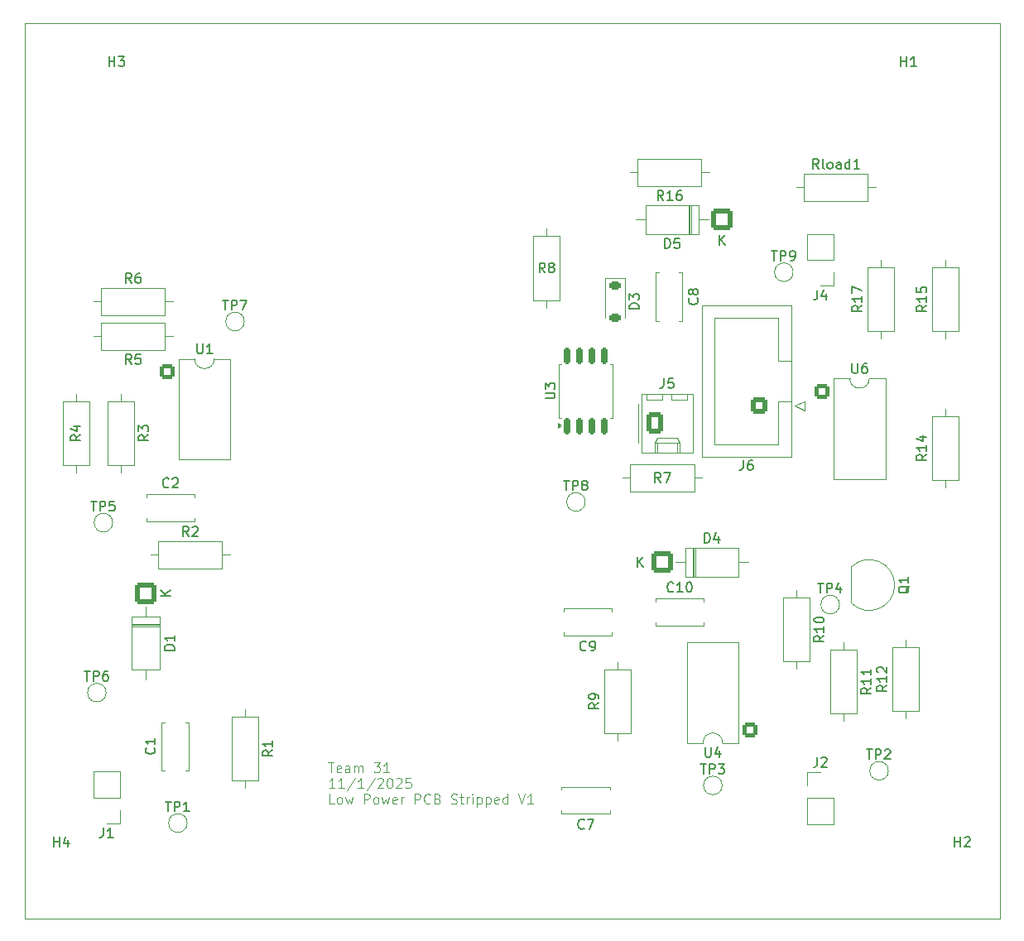
<source format=gto>
G04 #@! TF.GenerationSoftware,KiCad,Pcbnew,9.0.4*
G04 #@! TF.CreationDate,2025-11-02T00:00:01-05:00*
G04 #@! TF.ProjectId,ece_445_low_power_stripped,6563655f-3434-4355-9f6c-6f775f706f77,rev?*
G04 #@! TF.SameCoordinates,Original*
G04 #@! TF.FileFunction,Legend,Top*
G04 #@! TF.FilePolarity,Positive*
%FSLAX46Y46*%
G04 Gerber Fmt 4.6, Leading zero omitted, Abs format (unit mm)*
G04 Created by KiCad (PCBNEW 9.0.4) date 2025-11-02 00:00:01*
%MOMM*%
%LPD*%
G01*
G04 APERTURE LIST*
G04 Aperture macros list*
%AMRoundRect*
0 Rectangle with rounded corners*
0 $1 Rounding radius*
0 $2 $3 $4 $5 $6 $7 $8 $9 X,Y pos of 4 corners*
0 Add a 4 corners polygon primitive as box body*
4,1,4,$2,$3,$4,$5,$6,$7,$8,$9,$2,$3,0*
0 Add four circle primitives for the rounded corners*
1,1,$1+$1,$2,$3*
1,1,$1+$1,$4,$5*
1,1,$1+$1,$6,$7*
1,1,$1+$1,$8,$9*
0 Add four rect primitives between the rounded corners*
20,1,$1+$1,$2,$3,$4,$5,0*
20,1,$1+$1,$4,$5,$6,$7,0*
20,1,$1+$1,$6,$7,$8,$9,0*
20,1,$1+$1,$8,$9,$2,$3,0*%
G04 Aperture macros list end*
%ADD10C,0.100000*%
%ADD11C,0.150000*%
%ADD12C,0.120000*%
%ADD13C,1.600000*%
%ADD14RoundRect,0.250000X-0.550000X-0.550000X0.550000X-0.550000X0.550000X0.550000X-0.550000X0.550000X0*%
%ADD15C,3.200000*%
%ADD16RoundRect,0.162500X0.162500X-0.650000X0.162500X0.650000X-0.162500X0.650000X-0.162500X-0.650000X0*%
%ADD17RoundRect,0.225000X-0.375000X0.225000X-0.375000X-0.225000X0.375000X-0.225000X0.375000X0.225000X0*%
%ADD18R,1.500000X1.050000*%
%ADD19O,1.500000X1.050000*%
%ADD20R,1.700000X1.700000*%
%ADD21C,1.700000*%
%ADD22C,1.500000*%
%ADD23RoundRect,0.250000X-0.620000X-0.845000X0.620000X-0.845000X0.620000X0.845000X-0.620000X0.845000X0*%
%ADD24O,1.740000X2.190000*%
%ADD25RoundRect,0.249999X0.850001X0.850001X-0.850001X0.850001X-0.850001X-0.850001X0.850001X-0.850001X0*%
%ADD26C,2.200000*%
%ADD27RoundRect,0.250000X0.550000X0.550000X-0.550000X0.550000X-0.550000X-0.550000X0.550000X-0.550000X0*%
%ADD28RoundRect,0.250000X0.600000X0.600000X-0.600000X0.600000X-0.600000X-0.600000X0.600000X-0.600000X0*%
%ADD29RoundRect,0.249999X-0.850001X0.850001X-0.850001X-0.850001X0.850001X-0.850001X0.850001X0.850001X0*%
%ADD30RoundRect,0.249999X-0.850001X-0.850001X0.850001X-0.850001X0.850001X0.850001X-0.850001X0.850001X0*%
G04 #@! TA.AperFunction,Profile*
%ADD31C,0.050000*%
G04 #@! TD*
G04 APERTURE END LIST*
D10*
X144661027Y-113682531D02*
X145232455Y-113682531D01*
X144946741Y-114682531D02*
X144946741Y-113682531D01*
X145946741Y-114634912D02*
X145851503Y-114682531D01*
X145851503Y-114682531D02*
X145661027Y-114682531D01*
X145661027Y-114682531D02*
X145565789Y-114634912D01*
X145565789Y-114634912D02*
X145518170Y-114539673D01*
X145518170Y-114539673D02*
X145518170Y-114158721D01*
X145518170Y-114158721D02*
X145565789Y-114063483D01*
X145565789Y-114063483D02*
X145661027Y-114015864D01*
X145661027Y-114015864D02*
X145851503Y-114015864D01*
X145851503Y-114015864D02*
X145946741Y-114063483D01*
X145946741Y-114063483D02*
X145994360Y-114158721D01*
X145994360Y-114158721D02*
X145994360Y-114253959D01*
X145994360Y-114253959D02*
X145518170Y-114349197D01*
X146851503Y-114682531D02*
X146851503Y-114158721D01*
X146851503Y-114158721D02*
X146803884Y-114063483D01*
X146803884Y-114063483D02*
X146708646Y-114015864D01*
X146708646Y-114015864D02*
X146518170Y-114015864D01*
X146518170Y-114015864D02*
X146422932Y-114063483D01*
X146851503Y-114634912D02*
X146756265Y-114682531D01*
X146756265Y-114682531D02*
X146518170Y-114682531D01*
X146518170Y-114682531D02*
X146422932Y-114634912D01*
X146422932Y-114634912D02*
X146375313Y-114539673D01*
X146375313Y-114539673D02*
X146375313Y-114444435D01*
X146375313Y-114444435D02*
X146422932Y-114349197D01*
X146422932Y-114349197D02*
X146518170Y-114301578D01*
X146518170Y-114301578D02*
X146756265Y-114301578D01*
X146756265Y-114301578D02*
X146851503Y-114253959D01*
X147327694Y-114682531D02*
X147327694Y-114015864D01*
X147327694Y-114111102D02*
X147375313Y-114063483D01*
X147375313Y-114063483D02*
X147470551Y-114015864D01*
X147470551Y-114015864D02*
X147613408Y-114015864D01*
X147613408Y-114015864D02*
X147708646Y-114063483D01*
X147708646Y-114063483D02*
X147756265Y-114158721D01*
X147756265Y-114158721D02*
X147756265Y-114682531D01*
X147756265Y-114158721D02*
X147803884Y-114063483D01*
X147803884Y-114063483D02*
X147899122Y-114015864D01*
X147899122Y-114015864D02*
X148041979Y-114015864D01*
X148041979Y-114015864D02*
X148137218Y-114063483D01*
X148137218Y-114063483D02*
X148184837Y-114158721D01*
X148184837Y-114158721D02*
X148184837Y-114682531D01*
X149327694Y-113682531D02*
X149946741Y-113682531D01*
X149946741Y-113682531D02*
X149613408Y-114063483D01*
X149613408Y-114063483D02*
X149756265Y-114063483D01*
X149756265Y-114063483D02*
X149851503Y-114111102D01*
X149851503Y-114111102D02*
X149899122Y-114158721D01*
X149899122Y-114158721D02*
X149946741Y-114253959D01*
X149946741Y-114253959D02*
X149946741Y-114492054D01*
X149946741Y-114492054D02*
X149899122Y-114587292D01*
X149899122Y-114587292D02*
X149851503Y-114634912D01*
X149851503Y-114634912D02*
X149756265Y-114682531D01*
X149756265Y-114682531D02*
X149470551Y-114682531D01*
X149470551Y-114682531D02*
X149375313Y-114634912D01*
X149375313Y-114634912D02*
X149327694Y-114587292D01*
X150899122Y-114682531D02*
X150327694Y-114682531D01*
X150613408Y-114682531D02*
X150613408Y-113682531D01*
X150613408Y-113682531D02*
X150518170Y-113825388D01*
X150518170Y-113825388D02*
X150422932Y-113920626D01*
X150422932Y-113920626D02*
X150327694Y-113968245D01*
X145327693Y-116292475D02*
X144756265Y-116292475D01*
X145041979Y-116292475D02*
X145041979Y-115292475D01*
X145041979Y-115292475D02*
X144946741Y-115435332D01*
X144946741Y-115435332D02*
X144851503Y-115530570D01*
X144851503Y-115530570D02*
X144756265Y-115578189D01*
X146280074Y-116292475D02*
X145708646Y-116292475D01*
X145994360Y-116292475D02*
X145994360Y-115292475D01*
X145994360Y-115292475D02*
X145899122Y-115435332D01*
X145899122Y-115435332D02*
X145803884Y-115530570D01*
X145803884Y-115530570D02*
X145708646Y-115578189D01*
X147422931Y-115244856D02*
X146565789Y-116530570D01*
X148280074Y-116292475D02*
X147708646Y-116292475D01*
X147994360Y-116292475D02*
X147994360Y-115292475D01*
X147994360Y-115292475D02*
X147899122Y-115435332D01*
X147899122Y-115435332D02*
X147803884Y-115530570D01*
X147803884Y-115530570D02*
X147708646Y-115578189D01*
X149422931Y-115244856D02*
X148565789Y-116530570D01*
X149708646Y-115387713D02*
X149756265Y-115340094D01*
X149756265Y-115340094D02*
X149851503Y-115292475D01*
X149851503Y-115292475D02*
X150089598Y-115292475D01*
X150089598Y-115292475D02*
X150184836Y-115340094D01*
X150184836Y-115340094D02*
X150232455Y-115387713D01*
X150232455Y-115387713D02*
X150280074Y-115482951D01*
X150280074Y-115482951D02*
X150280074Y-115578189D01*
X150280074Y-115578189D02*
X150232455Y-115721046D01*
X150232455Y-115721046D02*
X149661027Y-116292475D01*
X149661027Y-116292475D02*
X150280074Y-116292475D01*
X150899122Y-115292475D02*
X150994360Y-115292475D01*
X150994360Y-115292475D02*
X151089598Y-115340094D01*
X151089598Y-115340094D02*
X151137217Y-115387713D01*
X151137217Y-115387713D02*
X151184836Y-115482951D01*
X151184836Y-115482951D02*
X151232455Y-115673427D01*
X151232455Y-115673427D02*
X151232455Y-115911522D01*
X151232455Y-115911522D02*
X151184836Y-116101998D01*
X151184836Y-116101998D02*
X151137217Y-116197236D01*
X151137217Y-116197236D02*
X151089598Y-116244856D01*
X151089598Y-116244856D02*
X150994360Y-116292475D01*
X150994360Y-116292475D02*
X150899122Y-116292475D01*
X150899122Y-116292475D02*
X150803884Y-116244856D01*
X150803884Y-116244856D02*
X150756265Y-116197236D01*
X150756265Y-116197236D02*
X150708646Y-116101998D01*
X150708646Y-116101998D02*
X150661027Y-115911522D01*
X150661027Y-115911522D02*
X150661027Y-115673427D01*
X150661027Y-115673427D02*
X150708646Y-115482951D01*
X150708646Y-115482951D02*
X150756265Y-115387713D01*
X150756265Y-115387713D02*
X150803884Y-115340094D01*
X150803884Y-115340094D02*
X150899122Y-115292475D01*
X151613408Y-115387713D02*
X151661027Y-115340094D01*
X151661027Y-115340094D02*
X151756265Y-115292475D01*
X151756265Y-115292475D02*
X151994360Y-115292475D01*
X151994360Y-115292475D02*
X152089598Y-115340094D01*
X152089598Y-115340094D02*
X152137217Y-115387713D01*
X152137217Y-115387713D02*
X152184836Y-115482951D01*
X152184836Y-115482951D02*
X152184836Y-115578189D01*
X152184836Y-115578189D02*
X152137217Y-115721046D01*
X152137217Y-115721046D02*
X151565789Y-116292475D01*
X151565789Y-116292475D02*
X152184836Y-116292475D01*
X153089598Y-115292475D02*
X152613408Y-115292475D01*
X152613408Y-115292475D02*
X152565789Y-115768665D01*
X152565789Y-115768665D02*
X152613408Y-115721046D01*
X152613408Y-115721046D02*
X152708646Y-115673427D01*
X152708646Y-115673427D02*
X152946741Y-115673427D01*
X152946741Y-115673427D02*
X153041979Y-115721046D01*
X153041979Y-115721046D02*
X153089598Y-115768665D01*
X153089598Y-115768665D02*
X153137217Y-115863903D01*
X153137217Y-115863903D02*
X153137217Y-116101998D01*
X153137217Y-116101998D02*
X153089598Y-116197236D01*
X153089598Y-116197236D02*
X153041979Y-116244856D01*
X153041979Y-116244856D02*
X152946741Y-116292475D01*
X152946741Y-116292475D02*
X152708646Y-116292475D01*
X152708646Y-116292475D02*
X152613408Y-116244856D01*
X152613408Y-116244856D02*
X152565789Y-116197236D01*
X145280074Y-117902419D02*
X144803884Y-117902419D01*
X144803884Y-117902419D02*
X144803884Y-116902419D01*
X145756265Y-117902419D02*
X145661027Y-117854800D01*
X145661027Y-117854800D02*
X145613408Y-117807180D01*
X145613408Y-117807180D02*
X145565789Y-117711942D01*
X145565789Y-117711942D02*
X145565789Y-117426228D01*
X145565789Y-117426228D02*
X145613408Y-117330990D01*
X145613408Y-117330990D02*
X145661027Y-117283371D01*
X145661027Y-117283371D02*
X145756265Y-117235752D01*
X145756265Y-117235752D02*
X145899122Y-117235752D01*
X145899122Y-117235752D02*
X145994360Y-117283371D01*
X145994360Y-117283371D02*
X146041979Y-117330990D01*
X146041979Y-117330990D02*
X146089598Y-117426228D01*
X146089598Y-117426228D02*
X146089598Y-117711942D01*
X146089598Y-117711942D02*
X146041979Y-117807180D01*
X146041979Y-117807180D02*
X145994360Y-117854800D01*
X145994360Y-117854800D02*
X145899122Y-117902419D01*
X145899122Y-117902419D02*
X145756265Y-117902419D01*
X146422932Y-117235752D02*
X146613408Y-117902419D01*
X146613408Y-117902419D02*
X146803884Y-117426228D01*
X146803884Y-117426228D02*
X146994360Y-117902419D01*
X146994360Y-117902419D02*
X147184836Y-117235752D01*
X148327694Y-117902419D02*
X148327694Y-116902419D01*
X148327694Y-116902419D02*
X148708646Y-116902419D01*
X148708646Y-116902419D02*
X148803884Y-116950038D01*
X148803884Y-116950038D02*
X148851503Y-116997657D01*
X148851503Y-116997657D02*
X148899122Y-117092895D01*
X148899122Y-117092895D02*
X148899122Y-117235752D01*
X148899122Y-117235752D02*
X148851503Y-117330990D01*
X148851503Y-117330990D02*
X148803884Y-117378609D01*
X148803884Y-117378609D02*
X148708646Y-117426228D01*
X148708646Y-117426228D02*
X148327694Y-117426228D01*
X149470551Y-117902419D02*
X149375313Y-117854800D01*
X149375313Y-117854800D02*
X149327694Y-117807180D01*
X149327694Y-117807180D02*
X149280075Y-117711942D01*
X149280075Y-117711942D02*
X149280075Y-117426228D01*
X149280075Y-117426228D02*
X149327694Y-117330990D01*
X149327694Y-117330990D02*
X149375313Y-117283371D01*
X149375313Y-117283371D02*
X149470551Y-117235752D01*
X149470551Y-117235752D02*
X149613408Y-117235752D01*
X149613408Y-117235752D02*
X149708646Y-117283371D01*
X149708646Y-117283371D02*
X149756265Y-117330990D01*
X149756265Y-117330990D02*
X149803884Y-117426228D01*
X149803884Y-117426228D02*
X149803884Y-117711942D01*
X149803884Y-117711942D02*
X149756265Y-117807180D01*
X149756265Y-117807180D02*
X149708646Y-117854800D01*
X149708646Y-117854800D02*
X149613408Y-117902419D01*
X149613408Y-117902419D02*
X149470551Y-117902419D01*
X150137218Y-117235752D02*
X150327694Y-117902419D01*
X150327694Y-117902419D02*
X150518170Y-117426228D01*
X150518170Y-117426228D02*
X150708646Y-117902419D01*
X150708646Y-117902419D02*
X150899122Y-117235752D01*
X151661027Y-117854800D02*
X151565789Y-117902419D01*
X151565789Y-117902419D02*
X151375313Y-117902419D01*
X151375313Y-117902419D02*
X151280075Y-117854800D01*
X151280075Y-117854800D02*
X151232456Y-117759561D01*
X151232456Y-117759561D02*
X151232456Y-117378609D01*
X151232456Y-117378609D02*
X151280075Y-117283371D01*
X151280075Y-117283371D02*
X151375313Y-117235752D01*
X151375313Y-117235752D02*
X151565789Y-117235752D01*
X151565789Y-117235752D02*
X151661027Y-117283371D01*
X151661027Y-117283371D02*
X151708646Y-117378609D01*
X151708646Y-117378609D02*
X151708646Y-117473847D01*
X151708646Y-117473847D02*
X151232456Y-117569085D01*
X152137218Y-117902419D02*
X152137218Y-117235752D01*
X152137218Y-117426228D02*
X152184837Y-117330990D01*
X152184837Y-117330990D02*
X152232456Y-117283371D01*
X152232456Y-117283371D02*
X152327694Y-117235752D01*
X152327694Y-117235752D02*
X152422932Y-117235752D01*
X153518171Y-117902419D02*
X153518171Y-116902419D01*
X153518171Y-116902419D02*
X153899123Y-116902419D01*
X153899123Y-116902419D02*
X153994361Y-116950038D01*
X153994361Y-116950038D02*
X154041980Y-116997657D01*
X154041980Y-116997657D02*
X154089599Y-117092895D01*
X154089599Y-117092895D02*
X154089599Y-117235752D01*
X154089599Y-117235752D02*
X154041980Y-117330990D01*
X154041980Y-117330990D02*
X153994361Y-117378609D01*
X153994361Y-117378609D02*
X153899123Y-117426228D01*
X153899123Y-117426228D02*
X153518171Y-117426228D01*
X155089599Y-117807180D02*
X155041980Y-117854800D01*
X155041980Y-117854800D02*
X154899123Y-117902419D01*
X154899123Y-117902419D02*
X154803885Y-117902419D01*
X154803885Y-117902419D02*
X154661028Y-117854800D01*
X154661028Y-117854800D02*
X154565790Y-117759561D01*
X154565790Y-117759561D02*
X154518171Y-117664323D01*
X154518171Y-117664323D02*
X154470552Y-117473847D01*
X154470552Y-117473847D02*
X154470552Y-117330990D01*
X154470552Y-117330990D02*
X154518171Y-117140514D01*
X154518171Y-117140514D02*
X154565790Y-117045276D01*
X154565790Y-117045276D02*
X154661028Y-116950038D01*
X154661028Y-116950038D02*
X154803885Y-116902419D01*
X154803885Y-116902419D02*
X154899123Y-116902419D01*
X154899123Y-116902419D02*
X155041980Y-116950038D01*
X155041980Y-116950038D02*
X155089599Y-116997657D01*
X155851504Y-117378609D02*
X155994361Y-117426228D01*
X155994361Y-117426228D02*
X156041980Y-117473847D01*
X156041980Y-117473847D02*
X156089599Y-117569085D01*
X156089599Y-117569085D02*
X156089599Y-117711942D01*
X156089599Y-117711942D02*
X156041980Y-117807180D01*
X156041980Y-117807180D02*
X155994361Y-117854800D01*
X155994361Y-117854800D02*
X155899123Y-117902419D01*
X155899123Y-117902419D02*
X155518171Y-117902419D01*
X155518171Y-117902419D02*
X155518171Y-116902419D01*
X155518171Y-116902419D02*
X155851504Y-116902419D01*
X155851504Y-116902419D02*
X155946742Y-116950038D01*
X155946742Y-116950038D02*
X155994361Y-116997657D01*
X155994361Y-116997657D02*
X156041980Y-117092895D01*
X156041980Y-117092895D02*
X156041980Y-117188133D01*
X156041980Y-117188133D02*
X155994361Y-117283371D01*
X155994361Y-117283371D02*
X155946742Y-117330990D01*
X155946742Y-117330990D02*
X155851504Y-117378609D01*
X155851504Y-117378609D02*
X155518171Y-117378609D01*
X157232457Y-117854800D02*
X157375314Y-117902419D01*
X157375314Y-117902419D02*
X157613409Y-117902419D01*
X157613409Y-117902419D02*
X157708647Y-117854800D01*
X157708647Y-117854800D02*
X157756266Y-117807180D01*
X157756266Y-117807180D02*
X157803885Y-117711942D01*
X157803885Y-117711942D02*
X157803885Y-117616704D01*
X157803885Y-117616704D02*
X157756266Y-117521466D01*
X157756266Y-117521466D02*
X157708647Y-117473847D01*
X157708647Y-117473847D02*
X157613409Y-117426228D01*
X157613409Y-117426228D02*
X157422933Y-117378609D01*
X157422933Y-117378609D02*
X157327695Y-117330990D01*
X157327695Y-117330990D02*
X157280076Y-117283371D01*
X157280076Y-117283371D02*
X157232457Y-117188133D01*
X157232457Y-117188133D02*
X157232457Y-117092895D01*
X157232457Y-117092895D02*
X157280076Y-116997657D01*
X157280076Y-116997657D02*
X157327695Y-116950038D01*
X157327695Y-116950038D02*
X157422933Y-116902419D01*
X157422933Y-116902419D02*
X157661028Y-116902419D01*
X157661028Y-116902419D02*
X157803885Y-116950038D01*
X158089600Y-117235752D02*
X158470552Y-117235752D01*
X158232457Y-116902419D02*
X158232457Y-117759561D01*
X158232457Y-117759561D02*
X158280076Y-117854800D01*
X158280076Y-117854800D02*
X158375314Y-117902419D01*
X158375314Y-117902419D02*
X158470552Y-117902419D01*
X158803886Y-117902419D02*
X158803886Y-117235752D01*
X158803886Y-117426228D02*
X158851505Y-117330990D01*
X158851505Y-117330990D02*
X158899124Y-117283371D01*
X158899124Y-117283371D02*
X158994362Y-117235752D01*
X158994362Y-117235752D02*
X159089600Y-117235752D01*
X159422934Y-117902419D02*
X159422934Y-117235752D01*
X159422934Y-116902419D02*
X159375315Y-116950038D01*
X159375315Y-116950038D02*
X159422934Y-116997657D01*
X159422934Y-116997657D02*
X159470553Y-116950038D01*
X159470553Y-116950038D02*
X159422934Y-116902419D01*
X159422934Y-116902419D02*
X159422934Y-116997657D01*
X159899124Y-117235752D02*
X159899124Y-118235752D01*
X159899124Y-117283371D02*
X159994362Y-117235752D01*
X159994362Y-117235752D02*
X160184838Y-117235752D01*
X160184838Y-117235752D02*
X160280076Y-117283371D01*
X160280076Y-117283371D02*
X160327695Y-117330990D01*
X160327695Y-117330990D02*
X160375314Y-117426228D01*
X160375314Y-117426228D02*
X160375314Y-117711942D01*
X160375314Y-117711942D02*
X160327695Y-117807180D01*
X160327695Y-117807180D02*
X160280076Y-117854800D01*
X160280076Y-117854800D02*
X160184838Y-117902419D01*
X160184838Y-117902419D02*
X159994362Y-117902419D01*
X159994362Y-117902419D02*
X159899124Y-117854800D01*
X160803886Y-117235752D02*
X160803886Y-118235752D01*
X160803886Y-117283371D02*
X160899124Y-117235752D01*
X160899124Y-117235752D02*
X161089600Y-117235752D01*
X161089600Y-117235752D02*
X161184838Y-117283371D01*
X161184838Y-117283371D02*
X161232457Y-117330990D01*
X161232457Y-117330990D02*
X161280076Y-117426228D01*
X161280076Y-117426228D02*
X161280076Y-117711942D01*
X161280076Y-117711942D02*
X161232457Y-117807180D01*
X161232457Y-117807180D02*
X161184838Y-117854800D01*
X161184838Y-117854800D02*
X161089600Y-117902419D01*
X161089600Y-117902419D02*
X160899124Y-117902419D01*
X160899124Y-117902419D02*
X160803886Y-117854800D01*
X162089600Y-117854800D02*
X161994362Y-117902419D01*
X161994362Y-117902419D02*
X161803886Y-117902419D01*
X161803886Y-117902419D02*
X161708648Y-117854800D01*
X161708648Y-117854800D02*
X161661029Y-117759561D01*
X161661029Y-117759561D02*
X161661029Y-117378609D01*
X161661029Y-117378609D02*
X161708648Y-117283371D01*
X161708648Y-117283371D02*
X161803886Y-117235752D01*
X161803886Y-117235752D02*
X161994362Y-117235752D01*
X161994362Y-117235752D02*
X162089600Y-117283371D01*
X162089600Y-117283371D02*
X162137219Y-117378609D01*
X162137219Y-117378609D02*
X162137219Y-117473847D01*
X162137219Y-117473847D02*
X161661029Y-117569085D01*
X162994362Y-117902419D02*
X162994362Y-116902419D01*
X162994362Y-117854800D02*
X162899124Y-117902419D01*
X162899124Y-117902419D02*
X162708648Y-117902419D01*
X162708648Y-117902419D02*
X162613410Y-117854800D01*
X162613410Y-117854800D02*
X162565791Y-117807180D01*
X162565791Y-117807180D02*
X162518172Y-117711942D01*
X162518172Y-117711942D02*
X162518172Y-117426228D01*
X162518172Y-117426228D02*
X162565791Y-117330990D01*
X162565791Y-117330990D02*
X162613410Y-117283371D01*
X162613410Y-117283371D02*
X162708648Y-117235752D01*
X162708648Y-117235752D02*
X162899124Y-117235752D01*
X162899124Y-117235752D02*
X162994362Y-117283371D01*
X164089601Y-116902419D02*
X164422934Y-117902419D01*
X164422934Y-117902419D02*
X164756267Y-116902419D01*
X165613410Y-117902419D02*
X165041982Y-117902419D01*
X165327696Y-117902419D02*
X165327696Y-116902419D01*
X165327696Y-116902419D02*
X165232458Y-117045276D01*
X165232458Y-117045276D02*
X165137220Y-117140514D01*
X165137220Y-117140514D02*
X165041982Y-117188133D01*
D11*
X124547333Y-72918819D02*
X124214000Y-72442628D01*
X123975905Y-72918819D02*
X123975905Y-71918819D01*
X123975905Y-71918819D02*
X124356857Y-71918819D01*
X124356857Y-71918819D02*
X124452095Y-71966438D01*
X124452095Y-71966438D02*
X124499714Y-72014057D01*
X124499714Y-72014057D02*
X124547333Y-72109295D01*
X124547333Y-72109295D02*
X124547333Y-72252152D01*
X124547333Y-72252152D02*
X124499714Y-72347390D01*
X124499714Y-72347390D02*
X124452095Y-72395009D01*
X124452095Y-72395009D02*
X124356857Y-72442628D01*
X124356857Y-72442628D02*
X123975905Y-72442628D01*
X125452095Y-71918819D02*
X124975905Y-71918819D01*
X124975905Y-71918819D02*
X124928286Y-72395009D01*
X124928286Y-72395009D02*
X124975905Y-72347390D01*
X124975905Y-72347390D02*
X125071143Y-72299771D01*
X125071143Y-72299771D02*
X125309238Y-72299771D01*
X125309238Y-72299771D02*
X125404476Y-72347390D01*
X125404476Y-72347390D02*
X125452095Y-72395009D01*
X125452095Y-72395009D02*
X125499714Y-72490247D01*
X125499714Y-72490247D02*
X125499714Y-72728342D01*
X125499714Y-72728342D02*
X125452095Y-72823580D01*
X125452095Y-72823580D02*
X125404476Y-72871200D01*
X125404476Y-72871200D02*
X125309238Y-72918819D01*
X125309238Y-72918819D02*
X125071143Y-72918819D01*
X125071143Y-72918819D02*
X124975905Y-72871200D01*
X124975905Y-72871200D02*
X124928286Y-72823580D01*
X131243095Y-70844819D02*
X131243095Y-71654342D01*
X131243095Y-71654342D02*
X131290714Y-71749580D01*
X131290714Y-71749580D02*
X131338333Y-71797200D01*
X131338333Y-71797200D02*
X131433571Y-71844819D01*
X131433571Y-71844819D02*
X131624047Y-71844819D01*
X131624047Y-71844819D02*
X131719285Y-71797200D01*
X131719285Y-71797200D02*
X131766904Y-71749580D01*
X131766904Y-71749580D02*
X131814523Y-71654342D01*
X131814523Y-71654342D02*
X131814523Y-70844819D01*
X132814523Y-71844819D02*
X132243095Y-71844819D01*
X132528809Y-71844819D02*
X132528809Y-70844819D01*
X132528809Y-70844819D02*
X132433571Y-70987676D01*
X132433571Y-70987676D02*
X132338333Y-71082914D01*
X132338333Y-71082914D02*
X132243095Y-71130533D01*
X198243095Y-72844819D02*
X198243095Y-73654342D01*
X198243095Y-73654342D02*
X198290714Y-73749580D01*
X198290714Y-73749580D02*
X198338333Y-73797200D01*
X198338333Y-73797200D02*
X198433571Y-73844819D01*
X198433571Y-73844819D02*
X198624047Y-73844819D01*
X198624047Y-73844819D02*
X198719285Y-73797200D01*
X198719285Y-73797200D02*
X198766904Y-73749580D01*
X198766904Y-73749580D02*
X198814523Y-73654342D01*
X198814523Y-73654342D02*
X198814523Y-72844819D01*
X199719285Y-72844819D02*
X199528809Y-72844819D01*
X199528809Y-72844819D02*
X199433571Y-72892438D01*
X199433571Y-72892438D02*
X199385952Y-72940057D01*
X199385952Y-72940057D02*
X199290714Y-73082914D01*
X199290714Y-73082914D02*
X199243095Y-73273390D01*
X199243095Y-73273390D02*
X199243095Y-73654342D01*
X199243095Y-73654342D02*
X199290714Y-73749580D01*
X199290714Y-73749580D02*
X199338333Y-73797200D01*
X199338333Y-73797200D02*
X199433571Y-73844819D01*
X199433571Y-73844819D02*
X199624047Y-73844819D01*
X199624047Y-73844819D02*
X199719285Y-73797200D01*
X199719285Y-73797200D02*
X199766904Y-73749580D01*
X199766904Y-73749580D02*
X199814523Y-73654342D01*
X199814523Y-73654342D02*
X199814523Y-73416247D01*
X199814523Y-73416247D02*
X199766904Y-73321009D01*
X199766904Y-73321009D02*
X199719285Y-73273390D01*
X199719285Y-73273390D02*
X199624047Y-73225771D01*
X199624047Y-73225771D02*
X199433571Y-73225771D01*
X199433571Y-73225771D02*
X199338333Y-73273390D01*
X199338333Y-73273390D02*
X199290714Y-73321009D01*
X199290714Y-73321009D02*
X199243095Y-73416247D01*
X130389333Y-90530819D02*
X130056000Y-90054628D01*
X129817905Y-90530819D02*
X129817905Y-89530819D01*
X129817905Y-89530819D02*
X130198857Y-89530819D01*
X130198857Y-89530819D02*
X130294095Y-89578438D01*
X130294095Y-89578438D02*
X130341714Y-89626057D01*
X130341714Y-89626057D02*
X130389333Y-89721295D01*
X130389333Y-89721295D02*
X130389333Y-89864152D01*
X130389333Y-89864152D02*
X130341714Y-89959390D01*
X130341714Y-89959390D02*
X130294095Y-90007009D01*
X130294095Y-90007009D02*
X130198857Y-90054628D01*
X130198857Y-90054628D02*
X129817905Y-90054628D01*
X130770286Y-89626057D02*
X130817905Y-89578438D01*
X130817905Y-89578438D02*
X130913143Y-89530819D01*
X130913143Y-89530819D02*
X131151238Y-89530819D01*
X131151238Y-89530819D02*
X131246476Y-89578438D01*
X131246476Y-89578438D02*
X131294095Y-89626057D01*
X131294095Y-89626057D02*
X131341714Y-89721295D01*
X131341714Y-89721295D02*
X131341714Y-89816533D01*
X131341714Y-89816533D02*
X131294095Y-89959390D01*
X131294095Y-89959390D02*
X130722667Y-90530819D01*
X130722667Y-90530819D02*
X131341714Y-90530819D01*
X203238095Y-42454819D02*
X203238095Y-41454819D01*
X203238095Y-41931009D02*
X203809523Y-41931009D01*
X203809523Y-42454819D02*
X203809523Y-41454819D01*
X204809523Y-42454819D02*
X204238095Y-42454819D01*
X204523809Y-42454819D02*
X204523809Y-41454819D01*
X204523809Y-41454819D02*
X204428571Y-41597676D01*
X204428571Y-41597676D02*
X204333333Y-41692914D01*
X204333333Y-41692914D02*
X204238095Y-41740533D01*
X178665333Y-85026819D02*
X178332000Y-84550628D01*
X178093905Y-85026819D02*
X178093905Y-84026819D01*
X178093905Y-84026819D02*
X178474857Y-84026819D01*
X178474857Y-84026819D02*
X178570095Y-84074438D01*
X178570095Y-84074438D02*
X178617714Y-84122057D01*
X178617714Y-84122057D02*
X178665333Y-84217295D01*
X178665333Y-84217295D02*
X178665333Y-84360152D01*
X178665333Y-84360152D02*
X178617714Y-84455390D01*
X178617714Y-84455390D02*
X178570095Y-84503009D01*
X178570095Y-84503009D02*
X178474857Y-84550628D01*
X178474857Y-84550628D02*
X178093905Y-84550628D01*
X178998667Y-84026819D02*
X179665333Y-84026819D01*
X179665333Y-84026819D02*
X179236762Y-85026819D01*
X208738095Y-122304819D02*
X208738095Y-121304819D01*
X208738095Y-121781009D02*
X209309523Y-121781009D01*
X209309523Y-122304819D02*
X209309523Y-121304819D01*
X209738095Y-121400057D02*
X209785714Y-121352438D01*
X209785714Y-121352438D02*
X209880952Y-121304819D01*
X209880952Y-121304819D02*
X210119047Y-121304819D01*
X210119047Y-121304819D02*
X210214285Y-121352438D01*
X210214285Y-121352438D02*
X210261904Y-121400057D01*
X210261904Y-121400057D02*
X210309523Y-121495295D01*
X210309523Y-121495295D02*
X210309523Y-121590533D01*
X210309523Y-121590533D02*
X210261904Y-121733390D01*
X210261904Y-121733390D02*
X209690476Y-122304819D01*
X209690476Y-122304819D02*
X210309523Y-122304819D01*
X201792819Y-105788857D02*
X201316628Y-106122190D01*
X201792819Y-106360285D02*
X200792819Y-106360285D01*
X200792819Y-106360285D02*
X200792819Y-105979333D01*
X200792819Y-105979333D02*
X200840438Y-105884095D01*
X200840438Y-105884095D02*
X200888057Y-105836476D01*
X200888057Y-105836476D02*
X200983295Y-105788857D01*
X200983295Y-105788857D02*
X201126152Y-105788857D01*
X201126152Y-105788857D02*
X201221390Y-105836476D01*
X201221390Y-105836476D02*
X201269009Y-105884095D01*
X201269009Y-105884095D02*
X201316628Y-105979333D01*
X201316628Y-105979333D02*
X201316628Y-106360285D01*
X201792819Y-104836476D02*
X201792819Y-105407904D01*
X201792819Y-105122190D02*
X200792819Y-105122190D01*
X200792819Y-105122190D02*
X200935676Y-105217428D01*
X200935676Y-105217428D02*
X201030914Y-105312666D01*
X201030914Y-105312666D02*
X201078533Y-105407904D01*
X200888057Y-104455523D02*
X200840438Y-104407904D01*
X200840438Y-104407904D02*
X200792819Y-104312666D01*
X200792819Y-104312666D02*
X200792819Y-104074571D01*
X200792819Y-104074571D02*
X200840438Y-103979333D01*
X200840438Y-103979333D02*
X200888057Y-103931714D01*
X200888057Y-103931714D02*
X200983295Y-103884095D01*
X200983295Y-103884095D02*
X201078533Y-103884095D01*
X201078533Y-103884095D02*
X201221390Y-103931714D01*
X201221390Y-103931714D02*
X201792819Y-104503142D01*
X201792819Y-104503142D02*
X201792819Y-103884095D01*
X166854819Y-76443904D02*
X167664342Y-76443904D01*
X167664342Y-76443904D02*
X167759580Y-76396285D01*
X167759580Y-76396285D02*
X167807200Y-76348666D01*
X167807200Y-76348666D02*
X167854819Y-76253428D01*
X167854819Y-76253428D02*
X167854819Y-76062952D01*
X167854819Y-76062952D02*
X167807200Y-75967714D01*
X167807200Y-75967714D02*
X167759580Y-75920095D01*
X167759580Y-75920095D02*
X167664342Y-75872476D01*
X167664342Y-75872476D02*
X166854819Y-75872476D01*
X166854819Y-75491523D02*
X166854819Y-74872476D01*
X166854819Y-74872476D02*
X167235771Y-75205809D01*
X167235771Y-75205809D02*
X167235771Y-75062952D01*
X167235771Y-75062952D02*
X167283390Y-74967714D01*
X167283390Y-74967714D02*
X167331009Y-74920095D01*
X167331009Y-74920095D02*
X167426247Y-74872476D01*
X167426247Y-74872476D02*
X167664342Y-74872476D01*
X167664342Y-74872476D02*
X167759580Y-74920095D01*
X167759580Y-74920095D02*
X167807200Y-74967714D01*
X167807200Y-74967714D02*
X167854819Y-75062952D01*
X167854819Y-75062952D02*
X167854819Y-75348666D01*
X167854819Y-75348666D02*
X167807200Y-75443904D01*
X167807200Y-75443904D02*
X167759580Y-75491523D01*
X182399580Y-66196666D02*
X182447200Y-66244285D01*
X182447200Y-66244285D02*
X182494819Y-66387142D01*
X182494819Y-66387142D02*
X182494819Y-66482380D01*
X182494819Y-66482380D02*
X182447200Y-66625237D01*
X182447200Y-66625237D02*
X182351961Y-66720475D01*
X182351961Y-66720475D02*
X182256723Y-66768094D01*
X182256723Y-66768094D02*
X182066247Y-66815713D01*
X182066247Y-66815713D02*
X181923390Y-66815713D01*
X181923390Y-66815713D02*
X181732914Y-66768094D01*
X181732914Y-66768094D02*
X181637676Y-66720475D01*
X181637676Y-66720475D02*
X181542438Y-66625237D01*
X181542438Y-66625237D02*
X181494819Y-66482380D01*
X181494819Y-66482380D02*
X181494819Y-66387142D01*
X181494819Y-66387142D02*
X181542438Y-66244285D01*
X181542438Y-66244285D02*
X181590057Y-66196666D01*
X181923390Y-65625237D02*
X181875771Y-65720475D01*
X181875771Y-65720475D02*
X181828152Y-65768094D01*
X181828152Y-65768094D02*
X181732914Y-65815713D01*
X181732914Y-65815713D02*
X181685295Y-65815713D01*
X181685295Y-65815713D02*
X181590057Y-65768094D01*
X181590057Y-65768094D02*
X181542438Y-65720475D01*
X181542438Y-65720475D02*
X181494819Y-65625237D01*
X181494819Y-65625237D02*
X181494819Y-65434761D01*
X181494819Y-65434761D02*
X181542438Y-65339523D01*
X181542438Y-65339523D02*
X181590057Y-65291904D01*
X181590057Y-65291904D02*
X181685295Y-65244285D01*
X181685295Y-65244285D02*
X181732914Y-65244285D01*
X181732914Y-65244285D02*
X181828152Y-65291904D01*
X181828152Y-65291904D02*
X181875771Y-65339523D01*
X181875771Y-65339523D02*
X181923390Y-65434761D01*
X181923390Y-65434761D02*
X181923390Y-65625237D01*
X181923390Y-65625237D02*
X181971009Y-65720475D01*
X181971009Y-65720475D02*
X182018628Y-65768094D01*
X182018628Y-65768094D02*
X182113866Y-65815713D01*
X182113866Y-65815713D02*
X182304342Y-65815713D01*
X182304342Y-65815713D02*
X182399580Y-65768094D01*
X182399580Y-65768094D02*
X182447200Y-65720475D01*
X182447200Y-65720475D02*
X182494819Y-65625237D01*
X182494819Y-65625237D02*
X182494819Y-65434761D01*
X182494819Y-65434761D02*
X182447200Y-65339523D01*
X182447200Y-65339523D02*
X182399580Y-65291904D01*
X182399580Y-65291904D02*
X182304342Y-65244285D01*
X182304342Y-65244285D02*
X182113866Y-65244285D01*
X182113866Y-65244285D02*
X182018628Y-65291904D01*
X182018628Y-65291904D02*
X181971009Y-65339523D01*
X181971009Y-65339523D02*
X181923390Y-65434761D01*
X170833333Y-120389580D02*
X170785714Y-120437200D01*
X170785714Y-120437200D02*
X170642857Y-120484819D01*
X170642857Y-120484819D02*
X170547619Y-120484819D01*
X170547619Y-120484819D02*
X170404762Y-120437200D01*
X170404762Y-120437200D02*
X170309524Y-120341961D01*
X170309524Y-120341961D02*
X170261905Y-120246723D01*
X170261905Y-120246723D02*
X170214286Y-120056247D01*
X170214286Y-120056247D02*
X170214286Y-119913390D01*
X170214286Y-119913390D02*
X170261905Y-119722914D01*
X170261905Y-119722914D02*
X170309524Y-119627676D01*
X170309524Y-119627676D02*
X170404762Y-119532438D01*
X170404762Y-119532438D02*
X170547619Y-119484819D01*
X170547619Y-119484819D02*
X170642857Y-119484819D01*
X170642857Y-119484819D02*
X170785714Y-119532438D01*
X170785714Y-119532438D02*
X170833333Y-119580057D01*
X171166667Y-119484819D02*
X171833333Y-119484819D01*
X171833333Y-119484819D02*
X171404762Y-120484819D01*
X176454819Y-67268094D02*
X175454819Y-67268094D01*
X175454819Y-67268094D02*
X175454819Y-67029999D01*
X175454819Y-67029999D02*
X175502438Y-66887142D01*
X175502438Y-66887142D02*
X175597676Y-66791904D01*
X175597676Y-66791904D02*
X175692914Y-66744285D01*
X175692914Y-66744285D02*
X175883390Y-66696666D01*
X175883390Y-66696666D02*
X176026247Y-66696666D01*
X176026247Y-66696666D02*
X176216723Y-66744285D01*
X176216723Y-66744285D02*
X176311961Y-66791904D01*
X176311961Y-66791904D02*
X176407200Y-66887142D01*
X176407200Y-66887142D02*
X176454819Y-67029999D01*
X176454819Y-67029999D02*
X176454819Y-67268094D01*
X175454819Y-66363332D02*
X175454819Y-65744285D01*
X175454819Y-65744285D02*
X175835771Y-66077618D01*
X175835771Y-66077618D02*
X175835771Y-65934761D01*
X175835771Y-65934761D02*
X175883390Y-65839523D01*
X175883390Y-65839523D02*
X175931009Y-65791904D01*
X175931009Y-65791904D02*
X176026247Y-65744285D01*
X176026247Y-65744285D02*
X176264342Y-65744285D01*
X176264342Y-65744285D02*
X176359580Y-65791904D01*
X176359580Y-65791904D02*
X176407200Y-65839523D01*
X176407200Y-65839523D02*
X176454819Y-65934761D01*
X176454819Y-65934761D02*
X176454819Y-66220475D01*
X176454819Y-66220475D02*
X176407200Y-66315713D01*
X176407200Y-66315713D02*
X176359580Y-66363332D01*
X195356819Y-100708857D02*
X194880628Y-101042190D01*
X195356819Y-101280285D02*
X194356819Y-101280285D01*
X194356819Y-101280285D02*
X194356819Y-100899333D01*
X194356819Y-100899333D02*
X194404438Y-100804095D01*
X194404438Y-100804095D02*
X194452057Y-100756476D01*
X194452057Y-100756476D02*
X194547295Y-100708857D01*
X194547295Y-100708857D02*
X194690152Y-100708857D01*
X194690152Y-100708857D02*
X194785390Y-100756476D01*
X194785390Y-100756476D02*
X194833009Y-100804095D01*
X194833009Y-100804095D02*
X194880628Y-100899333D01*
X194880628Y-100899333D02*
X194880628Y-101280285D01*
X195356819Y-99756476D02*
X195356819Y-100327904D01*
X195356819Y-100042190D02*
X194356819Y-100042190D01*
X194356819Y-100042190D02*
X194499676Y-100137428D01*
X194499676Y-100137428D02*
X194594914Y-100232666D01*
X194594914Y-100232666D02*
X194642533Y-100327904D01*
X194356819Y-99137428D02*
X194356819Y-99042190D01*
X194356819Y-99042190D02*
X194404438Y-98946952D01*
X194404438Y-98946952D02*
X194452057Y-98899333D01*
X194452057Y-98899333D02*
X194547295Y-98851714D01*
X194547295Y-98851714D02*
X194737771Y-98804095D01*
X194737771Y-98804095D02*
X194975866Y-98804095D01*
X194975866Y-98804095D02*
X195166342Y-98851714D01*
X195166342Y-98851714D02*
X195261580Y-98899333D01*
X195261580Y-98899333D02*
X195309200Y-98946952D01*
X195309200Y-98946952D02*
X195356819Y-99042190D01*
X195356819Y-99042190D02*
X195356819Y-99137428D01*
X195356819Y-99137428D02*
X195309200Y-99232666D01*
X195309200Y-99232666D02*
X195261580Y-99280285D01*
X195261580Y-99280285D02*
X195166342Y-99327904D01*
X195166342Y-99327904D02*
X194975866Y-99375523D01*
X194975866Y-99375523D02*
X194737771Y-99375523D01*
X194737771Y-99375523D02*
X194547295Y-99327904D01*
X194547295Y-99327904D02*
X194452057Y-99280285D01*
X194452057Y-99280285D02*
X194404438Y-99232666D01*
X194404438Y-99232666D02*
X194356819Y-99137428D01*
X204110057Y-95625238D02*
X204062438Y-95720476D01*
X204062438Y-95720476D02*
X203967200Y-95815714D01*
X203967200Y-95815714D02*
X203824342Y-95958571D01*
X203824342Y-95958571D02*
X203776723Y-96053809D01*
X203776723Y-96053809D02*
X203776723Y-96149047D01*
X204014819Y-96101428D02*
X203967200Y-96196666D01*
X203967200Y-96196666D02*
X203871961Y-96291904D01*
X203871961Y-96291904D02*
X203681485Y-96339523D01*
X203681485Y-96339523D02*
X203348152Y-96339523D01*
X203348152Y-96339523D02*
X203157676Y-96291904D01*
X203157676Y-96291904D02*
X203062438Y-96196666D01*
X203062438Y-96196666D02*
X203014819Y-96101428D01*
X203014819Y-96101428D02*
X203014819Y-95910952D01*
X203014819Y-95910952D02*
X203062438Y-95815714D01*
X203062438Y-95815714D02*
X203157676Y-95720476D01*
X203157676Y-95720476D02*
X203348152Y-95672857D01*
X203348152Y-95672857D02*
X203681485Y-95672857D01*
X203681485Y-95672857D02*
X203871961Y-95720476D01*
X203871961Y-95720476D02*
X203967200Y-95815714D01*
X203967200Y-95815714D02*
X204014819Y-95910952D01*
X204014819Y-95910952D02*
X204014819Y-96101428D01*
X204014819Y-94720476D02*
X204014819Y-95291904D01*
X204014819Y-95006190D02*
X203014819Y-95006190D01*
X203014819Y-95006190D02*
X203157676Y-95101428D01*
X203157676Y-95101428D02*
X203252914Y-95196666D01*
X203252914Y-95196666D02*
X203300533Y-95291904D01*
X128357333Y-85479580D02*
X128309714Y-85527200D01*
X128309714Y-85527200D02*
X128166857Y-85574819D01*
X128166857Y-85574819D02*
X128071619Y-85574819D01*
X128071619Y-85574819D02*
X127928762Y-85527200D01*
X127928762Y-85527200D02*
X127833524Y-85431961D01*
X127833524Y-85431961D02*
X127785905Y-85336723D01*
X127785905Y-85336723D02*
X127738286Y-85146247D01*
X127738286Y-85146247D02*
X127738286Y-85003390D01*
X127738286Y-85003390D02*
X127785905Y-84812914D01*
X127785905Y-84812914D02*
X127833524Y-84717676D01*
X127833524Y-84717676D02*
X127928762Y-84622438D01*
X127928762Y-84622438D02*
X128071619Y-84574819D01*
X128071619Y-84574819D02*
X128166857Y-84574819D01*
X128166857Y-84574819D02*
X128309714Y-84622438D01*
X128309714Y-84622438D02*
X128357333Y-84670057D01*
X128738286Y-84670057D02*
X128785905Y-84622438D01*
X128785905Y-84622438D02*
X128881143Y-84574819D01*
X128881143Y-84574819D02*
X129119238Y-84574819D01*
X129119238Y-84574819D02*
X129214476Y-84622438D01*
X129214476Y-84622438D02*
X129262095Y-84670057D01*
X129262095Y-84670057D02*
X129309714Y-84765295D01*
X129309714Y-84765295D02*
X129309714Y-84860533D01*
X129309714Y-84860533D02*
X129262095Y-85003390D01*
X129262095Y-85003390D02*
X128690667Y-85574819D01*
X128690667Y-85574819D02*
X129309714Y-85574819D01*
X194666666Y-65364819D02*
X194666666Y-66079104D01*
X194666666Y-66079104D02*
X194619047Y-66221961D01*
X194619047Y-66221961D02*
X194523809Y-66317200D01*
X194523809Y-66317200D02*
X194380952Y-66364819D01*
X194380952Y-66364819D02*
X194285714Y-66364819D01*
X195571428Y-65698152D02*
X195571428Y-66364819D01*
X195333333Y-65317200D02*
X195095238Y-66031485D01*
X195095238Y-66031485D02*
X195714285Y-66031485D01*
X205856819Y-82166857D02*
X205380628Y-82500190D01*
X205856819Y-82738285D02*
X204856819Y-82738285D01*
X204856819Y-82738285D02*
X204856819Y-82357333D01*
X204856819Y-82357333D02*
X204904438Y-82262095D01*
X204904438Y-82262095D02*
X204952057Y-82214476D01*
X204952057Y-82214476D02*
X205047295Y-82166857D01*
X205047295Y-82166857D02*
X205190152Y-82166857D01*
X205190152Y-82166857D02*
X205285390Y-82214476D01*
X205285390Y-82214476D02*
X205333009Y-82262095D01*
X205333009Y-82262095D02*
X205380628Y-82357333D01*
X205380628Y-82357333D02*
X205380628Y-82738285D01*
X205856819Y-81214476D02*
X205856819Y-81785904D01*
X205856819Y-81500190D02*
X204856819Y-81500190D01*
X204856819Y-81500190D02*
X204999676Y-81595428D01*
X204999676Y-81595428D02*
X205094914Y-81690666D01*
X205094914Y-81690666D02*
X205142533Y-81785904D01*
X205190152Y-80357333D02*
X205856819Y-80357333D01*
X204809200Y-80595428D02*
X205523485Y-80833523D01*
X205523485Y-80833523D02*
X205523485Y-80214476D01*
X179951142Y-96147580D02*
X179903523Y-96195200D01*
X179903523Y-96195200D02*
X179760666Y-96242819D01*
X179760666Y-96242819D02*
X179665428Y-96242819D01*
X179665428Y-96242819D02*
X179522571Y-96195200D01*
X179522571Y-96195200D02*
X179427333Y-96099961D01*
X179427333Y-96099961D02*
X179379714Y-96004723D01*
X179379714Y-96004723D02*
X179332095Y-95814247D01*
X179332095Y-95814247D02*
X179332095Y-95671390D01*
X179332095Y-95671390D02*
X179379714Y-95480914D01*
X179379714Y-95480914D02*
X179427333Y-95385676D01*
X179427333Y-95385676D02*
X179522571Y-95290438D01*
X179522571Y-95290438D02*
X179665428Y-95242819D01*
X179665428Y-95242819D02*
X179760666Y-95242819D01*
X179760666Y-95242819D02*
X179903523Y-95290438D01*
X179903523Y-95290438D02*
X179951142Y-95338057D01*
X180903523Y-96242819D02*
X180332095Y-96242819D01*
X180617809Y-96242819D02*
X180617809Y-95242819D01*
X180617809Y-95242819D02*
X180522571Y-95385676D01*
X180522571Y-95385676D02*
X180427333Y-95480914D01*
X180427333Y-95480914D02*
X180332095Y-95528533D01*
X181522571Y-95242819D02*
X181617809Y-95242819D01*
X181617809Y-95242819D02*
X181713047Y-95290438D01*
X181713047Y-95290438D02*
X181760666Y-95338057D01*
X181760666Y-95338057D02*
X181808285Y-95433295D01*
X181808285Y-95433295D02*
X181855904Y-95623771D01*
X181855904Y-95623771D02*
X181855904Y-95861866D01*
X181855904Y-95861866D02*
X181808285Y-96052342D01*
X181808285Y-96052342D02*
X181760666Y-96147580D01*
X181760666Y-96147580D02*
X181713047Y-96195200D01*
X181713047Y-96195200D02*
X181617809Y-96242819D01*
X181617809Y-96242819D02*
X181522571Y-96242819D01*
X181522571Y-96242819D02*
X181427333Y-96195200D01*
X181427333Y-96195200D02*
X181379714Y-96147580D01*
X181379714Y-96147580D02*
X181332095Y-96052342D01*
X181332095Y-96052342D02*
X181284476Y-95861866D01*
X181284476Y-95861866D02*
X181284476Y-95623771D01*
X181284476Y-95623771D02*
X181332095Y-95433295D01*
X181332095Y-95433295D02*
X181379714Y-95338057D01*
X181379714Y-95338057D02*
X181427333Y-95290438D01*
X181427333Y-95290438D02*
X181522571Y-95242819D01*
X199738095Y-112336819D02*
X200309523Y-112336819D01*
X200023809Y-113336819D02*
X200023809Y-112336819D01*
X200642857Y-113336819D02*
X200642857Y-112336819D01*
X200642857Y-112336819D02*
X201023809Y-112336819D01*
X201023809Y-112336819D02*
X201119047Y-112384438D01*
X201119047Y-112384438D02*
X201166666Y-112432057D01*
X201166666Y-112432057D02*
X201214285Y-112527295D01*
X201214285Y-112527295D02*
X201214285Y-112670152D01*
X201214285Y-112670152D02*
X201166666Y-112765390D01*
X201166666Y-112765390D02*
X201119047Y-112813009D01*
X201119047Y-112813009D02*
X201023809Y-112860628D01*
X201023809Y-112860628D02*
X200642857Y-112860628D01*
X201595238Y-112432057D02*
X201642857Y-112384438D01*
X201642857Y-112384438D02*
X201738095Y-112336819D01*
X201738095Y-112336819D02*
X201976190Y-112336819D01*
X201976190Y-112336819D02*
X202071428Y-112384438D01*
X202071428Y-112384438D02*
X202119047Y-112432057D01*
X202119047Y-112432057D02*
X202166666Y-112527295D01*
X202166666Y-112527295D02*
X202166666Y-112622533D01*
X202166666Y-112622533D02*
X202119047Y-112765390D01*
X202119047Y-112765390D02*
X201547619Y-113336819D01*
X201547619Y-113336819D02*
X202166666Y-113336819D01*
X133866095Y-66376819D02*
X134437523Y-66376819D01*
X134151809Y-67376819D02*
X134151809Y-66376819D01*
X134770857Y-67376819D02*
X134770857Y-66376819D01*
X134770857Y-66376819D02*
X135151809Y-66376819D01*
X135151809Y-66376819D02*
X135247047Y-66424438D01*
X135247047Y-66424438D02*
X135294666Y-66472057D01*
X135294666Y-66472057D02*
X135342285Y-66567295D01*
X135342285Y-66567295D02*
X135342285Y-66710152D01*
X135342285Y-66710152D02*
X135294666Y-66805390D01*
X135294666Y-66805390D02*
X135247047Y-66853009D01*
X135247047Y-66853009D02*
X135151809Y-66900628D01*
X135151809Y-66900628D02*
X134770857Y-66900628D01*
X135675619Y-66376819D02*
X136342285Y-66376819D01*
X136342285Y-66376819D02*
X135913714Y-67376819D01*
X126859580Y-112196666D02*
X126907200Y-112244285D01*
X126907200Y-112244285D02*
X126954819Y-112387142D01*
X126954819Y-112387142D02*
X126954819Y-112482380D01*
X126954819Y-112482380D02*
X126907200Y-112625237D01*
X126907200Y-112625237D02*
X126811961Y-112720475D01*
X126811961Y-112720475D02*
X126716723Y-112768094D01*
X126716723Y-112768094D02*
X126526247Y-112815713D01*
X126526247Y-112815713D02*
X126383390Y-112815713D01*
X126383390Y-112815713D02*
X126192914Y-112768094D01*
X126192914Y-112768094D02*
X126097676Y-112720475D01*
X126097676Y-112720475D02*
X126002438Y-112625237D01*
X126002438Y-112625237D02*
X125954819Y-112482380D01*
X125954819Y-112482380D02*
X125954819Y-112387142D01*
X125954819Y-112387142D02*
X126002438Y-112244285D01*
X126002438Y-112244285D02*
X126050057Y-112196666D01*
X126954819Y-111244285D02*
X126954819Y-111815713D01*
X126954819Y-111529999D02*
X125954819Y-111529999D01*
X125954819Y-111529999D02*
X126097676Y-111625237D01*
X126097676Y-111625237D02*
X126192914Y-111720475D01*
X126192914Y-111720475D02*
X126240533Y-111815713D01*
X190000095Y-61336819D02*
X190571523Y-61336819D01*
X190285809Y-62336819D02*
X190285809Y-61336819D01*
X190904857Y-62336819D02*
X190904857Y-61336819D01*
X190904857Y-61336819D02*
X191285809Y-61336819D01*
X191285809Y-61336819D02*
X191381047Y-61384438D01*
X191381047Y-61384438D02*
X191428666Y-61432057D01*
X191428666Y-61432057D02*
X191476285Y-61527295D01*
X191476285Y-61527295D02*
X191476285Y-61670152D01*
X191476285Y-61670152D02*
X191428666Y-61765390D01*
X191428666Y-61765390D02*
X191381047Y-61813009D01*
X191381047Y-61813009D02*
X191285809Y-61860628D01*
X191285809Y-61860628D02*
X190904857Y-61860628D01*
X191952476Y-62336819D02*
X192142952Y-62336819D01*
X192142952Y-62336819D02*
X192238190Y-62289200D01*
X192238190Y-62289200D02*
X192285809Y-62241580D01*
X192285809Y-62241580D02*
X192381047Y-62098723D01*
X192381047Y-62098723D02*
X192428666Y-61908247D01*
X192428666Y-61908247D02*
X192428666Y-61527295D01*
X192428666Y-61527295D02*
X192381047Y-61432057D01*
X192381047Y-61432057D02*
X192333428Y-61384438D01*
X192333428Y-61384438D02*
X192238190Y-61336819D01*
X192238190Y-61336819D02*
X192047714Y-61336819D01*
X192047714Y-61336819D02*
X191952476Y-61384438D01*
X191952476Y-61384438D02*
X191904857Y-61432057D01*
X191904857Y-61432057D02*
X191857238Y-61527295D01*
X191857238Y-61527295D02*
X191857238Y-61765390D01*
X191857238Y-61765390D02*
X191904857Y-61860628D01*
X191904857Y-61860628D02*
X191952476Y-61908247D01*
X191952476Y-61908247D02*
X192047714Y-61955866D01*
X192047714Y-61955866D02*
X192238190Y-61955866D01*
X192238190Y-61955866D02*
X192333428Y-61908247D01*
X192333428Y-61908247D02*
X192381047Y-61860628D01*
X192381047Y-61860628D02*
X192428666Y-61765390D01*
X178990666Y-74374819D02*
X178990666Y-75089104D01*
X178990666Y-75089104D02*
X178943047Y-75231961D01*
X178943047Y-75231961D02*
X178847809Y-75327200D01*
X178847809Y-75327200D02*
X178704952Y-75374819D01*
X178704952Y-75374819D02*
X178609714Y-75374819D01*
X179943047Y-74374819D02*
X179466857Y-74374819D01*
X179466857Y-74374819D02*
X179419238Y-74851009D01*
X179419238Y-74851009D02*
X179466857Y-74803390D01*
X179466857Y-74803390D02*
X179562095Y-74755771D01*
X179562095Y-74755771D02*
X179800190Y-74755771D01*
X179800190Y-74755771D02*
X179895428Y-74803390D01*
X179895428Y-74803390D02*
X179943047Y-74851009D01*
X179943047Y-74851009D02*
X179990666Y-74946247D01*
X179990666Y-74946247D02*
X179990666Y-75184342D01*
X179990666Y-75184342D02*
X179943047Y-75279580D01*
X179943047Y-75279580D02*
X179895428Y-75327200D01*
X179895428Y-75327200D02*
X179800190Y-75374819D01*
X179800190Y-75374819D02*
X179562095Y-75374819D01*
X179562095Y-75374819D02*
X179466857Y-75327200D01*
X179466857Y-75327200D02*
X179419238Y-75279580D01*
X182738095Y-113836819D02*
X183309523Y-113836819D01*
X183023809Y-114836819D02*
X183023809Y-113836819D01*
X183642857Y-114836819D02*
X183642857Y-113836819D01*
X183642857Y-113836819D02*
X184023809Y-113836819D01*
X184023809Y-113836819D02*
X184119047Y-113884438D01*
X184119047Y-113884438D02*
X184166666Y-113932057D01*
X184166666Y-113932057D02*
X184214285Y-114027295D01*
X184214285Y-114027295D02*
X184214285Y-114170152D01*
X184214285Y-114170152D02*
X184166666Y-114265390D01*
X184166666Y-114265390D02*
X184119047Y-114313009D01*
X184119047Y-114313009D02*
X184023809Y-114360628D01*
X184023809Y-114360628D02*
X183642857Y-114360628D01*
X184547619Y-113836819D02*
X185166666Y-113836819D01*
X185166666Y-113836819D02*
X184833333Y-114217771D01*
X184833333Y-114217771D02*
X184976190Y-114217771D01*
X184976190Y-114217771D02*
X185071428Y-114265390D01*
X185071428Y-114265390D02*
X185119047Y-114313009D01*
X185119047Y-114313009D02*
X185166666Y-114408247D01*
X185166666Y-114408247D02*
X185166666Y-114646342D01*
X185166666Y-114646342D02*
X185119047Y-114741580D01*
X185119047Y-114741580D02*
X185071428Y-114789200D01*
X185071428Y-114789200D02*
X184976190Y-114836819D01*
X184976190Y-114836819D02*
X184690476Y-114836819D01*
X184690476Y-114836819D02*
X184595238Y-114789200D01*
X184595238Y-114789200D02*
X184547619Y-114741580D01*
X199252819Y-66926857D02*
X198776628Y-67260190D01*
X199252819Y-67498285D02*
X198252819Y-67498285D01*
X198252819Y-67498285D02*
X198252819Y-67117333D01*
X198252819Y-67117333D02*
X198300438Y-67022095D01*
X198300438Y-67022095D02*
X198348057Y-66974476D01*
X198348057Y-66974476D02*
X198443295Y-66926857D01*
X198443295Y-66926857D02*
X198586152Y-66926857D01*
X198586152Y-66926857D02*
X198681390Y-66974476D01*
X198681390Y-66974476D02*
X198729009Y-67022095D01*
X198729009Y-67022095D02*
X198776628Y-67117333D01*
X198776628Y-67117333D02*
X198776628Y-67498285D01*
X199252819Y-65974476D02*
X199252819Y-66545904D01*
X199252819Y-66260190D02*
X198252819Y-66260190D01*
X198252819Y-66260190D02*
X198395676Y-66355428D01*
X198395676Y-66355428D02*
X198490914Y-66450666D01*
X198490914Y-66450666D02*
X198538533Y-66545904D01*
X198252819Y-65641142D02*
X198252819Y-64974476D01*
X198252819Y-64974476D02*
X199252819Y-65403047D01*
X138968819Y-112424666D02*
X138492628Y-112757999D01*
X138968819Y-112996094D02*
X137968819Y-112996094D01*
X137968819Y-112996094D02*
X137968819Y-112615142D01*
X137968819Y-112615142D02*
X138016438Y-112519904D01*
X138016438Y-112519904D02*
X138064057Y-112472285D01*
X138064057Y-112472285D02*
X138159295Y-112424666D01*
X138159295Y-112424666D02*
X138302152Y-112424666D01*
X138302152Y-112424666D02*
X138397390Y-112472285D01*
X138397390Y-112472285D02*
X138445009Y-112519904D01*
X138445009Y-112519904D02*
X138492628Y-112615142D01*
X138492628Y-112615142D02*
X138492628Y-112996094D01*
X138968819Y-111472285D02*
X138968819Y-112043713D01*
X138968819Y-111757999D02*
X137968819Y-111757999D01*
X137968819Y-111757999D02*
X138111676Y-111853237D01*
X138111676Y-111853237D02*
X138206914Y-111948475D01*
X138206914Y-111948475D02*
X138254533Y-112043713D01*
X179093905Y-61080819D02*
X179093905Y-60080819D01*
X179093905Y-60080819D02*
X179332000Y-60080819D01*
X179332000Y-60080819D02*
X179474857Y-60128438D01*
X179474857Y-60128438D02*
X179570095Y-60223676D01*
X179570095Y-60223676D02*
X179617714Y-60318914D01*
X179617714Y-60318914D02*
X179665333Y-60509390D01*
X179665333Y-60509390D02*
X179665333Y-60652247D01*
X179665333Y-60652247D02*
X179617714Y-60842723D01*
X179617714Y-60842723D02*
X179570095Y-60937961D01*
X179570095Y-60937961D02*
X179474857Y-61033200D01*
X179474857Y-61033200D02*
X179332000Y-61080819D01*
X179332000Y-61080819D02*
X179093905Y-61080819D01*
X180570095Y-60080819D02*
X180093905Y-60080819D01*
X180093905Y-60080819D02*
X180046286Y-60557009D01*
X180046286Y-60557009D02*
X180093905Y-60509390D01*
X180093905Y-60509390D02*
X180189143Y-60461771D01*
X180189143Y-60461771D02*
X180427238Y-60461771D01*
X180427238Y-60461771D02*
X180522476Y-60509390D01*
X180522476Y-60509390D02*
X180570095Y-60557009D01*
X180570095Y-60557009D02*
X180617714Y-60652247D01*
X180617714Y-60652247D02*
X180617714Y-60890342D01*
X180617714Y-60890342D02*
X180570095Y-60985580D01*
X180570095Y-60985580D02*
X180522476Y-61033200D01*
X180522476Y-61033200D02*
X180427238Y-61080819D01*
X180427238Y-61080819D02*
X180189143Y-61080819D01*
X180189143Y-61080819D02*
X180093905Y-61033200D01*
X180093905Y-61033200D02*
X180046286Y-60985580D01*
X184650095Y-60710819D02*
X184650095Y-59710819D01*
X185221523Y-60710819D02*
X184792952Y-60139390D01*
X185221523Y-59710819D02*
X184650095Y-60282247D01*
X178935142Y-56154819D02*
X178601809Y-55678628D01*
X178363714Y-56154819D02*
X178363714Y-55154819D01*
X178363714Y-55154819D02*
X178744666Y-55154819D01*
X178744666Y-55154819D02*
X178839904Y-55202438D01*
X178839904Y-55202438D02*
X178887523Y-55250057D01*
X178887523Y-55250057D02*
X178935142Y-55345295D01*
X178935142Y-55345295D02*
X178935142Y-55488152D01*
X178935142Y-55488152D02*
X178887523Y-55583390D01*
X178887523Y-55583390D02*
X178839904Y-55631009D01*
X178839904Y-55631009D02*
X178744666Y-55678628D01*
X178744666Y-55678628D02*
X178363714Y-55678628D01*
X179887523Y-56154819D02*
X179316095Y-56154819D01*
X179601809Y-56154819D02*
X179601809Y-55154819D01*
X179601809Y-55154819D02*
X179506571Y-55297676D01*
X179506571Y-55297676D02*
X179411333Y-55392914D01*
X179411333Y-55392914D02*
X179316095Y-55440533D01*
X180744666Y-55154819D02*
X180554190Y-55154819D01*
X180554190Y-55154819D02*
X180458952Y-55202438D01*
X180458952Y-55202438D02*
X180411333Y-55250057D01*
X180411333Y-55250057D02*
X180316095Y-55392914D01*
X180316095Y-55392914D02*
X180268476Y-55583390D01*
X180268476Y-55583390D02*
X180268476Y-55964342D01*
X180268476Y-55964342D02*
X180316095Y-56059580D01*
X180316095Y-56059580D02*
X180363714Y-56107200D01*
X180363714Y-56107200D02*
X180458952Y-56154819D01*
X180458952Y-56154819D02*
X180649428Y-56154819D01*
X180649428Y-56154819D02*
X180744666Y-56107200D01*
X180744666Y-56107200D02*
X180792285Y-56059580D01*
X180792285Y-56059580D02*
X180839904Y-55964342D01*
X180839904Y-55964342D02*
X180839904Y-55726247D01*
X180839904Y-55726247D02*
X180792285Y-55631009D01*
X180792285Y-55631009D02*
X180744666Y-55583390D01*
X180744666Y-55583390D02*
X180649428Y-55535771D01*
X180649428Y-55535771D02*
X180458952Y-55535771D01*
X180458952Y-55535771D02*
X180363714Y-55583390D01*
X180363714Y-55583390D02*
X180316095Y-55631009D01*
X180316095Y-55631009D02*
X180268476Y-55726247D01*
X166833333Y-63564819D02*
X166500000Y-63088628D01*
X166261905Y-63564819D02*
X166261905Y-62564819D01*
X166261905Y-62564819D02*
X166642857Y-62564819D01*
X166642857Y-62564819D02*
X166738095Y-62612438D01*
X166738095Y-62612438D02*
X166785714Y-62660057D01*
X166785714Y-62660057D02*
X166833333Y-62755295D01*
X166833333Y-62755295D02*
X166833333Y-62898152D01*
X166833333Y-62898152D02*
X166785714Y-62993390D01*
X166785714Y-62993390D02*
X166738095Y-63041009D01*
X166738095Y-63041009D02*
X166642857Y-63088628D01*
X166642857Y-63088628D02*
X166261905Y-63088628D01*
X167404762Y-62993390D02*
X167309524Y-62945771D01*
X167309524Y-62945771D02*
X167261905Y-62898152D01*
X167261905Y-62898152D02*
X167214286Y-62802914D01*
X167214286Y-62802914D02*
X167214286Y-62755295D01*
X167214286Y-62755295D02*
X167261905Y-62660057D01*
X167261905Y-62660057D02*
X167309524Y-62612438D01*
X167309524Y-62612438D02*
X167404762Y-62564819D01*
X167404762Y-62564819D02*
X167595238Y-62564819D01*
X167595238Y-62564819D02*
X167690476Y-62612438D01*
X167690476Y-62612438D02*
X167738095Y-62660057D01*
X167738095Y-62660057D02*
X167785714Y-62755295D01*
X167785714Y-62755295D02*
X167785714Y-62802914D01*
X167785714Y-62802914D02*
X167738095Y-62898152D01*
X167738095Y-62898152D02*
X167690476Y-62945771D01*
X167690476Y-62945771D02*
X167595238Y-62993390D01*
X167595238Y-62993390D02*
X167404762Y-62993390D01*
X167404762Y-62993390D02*
X167309524Y-63041009D01*
X167309524Y-63041009D02*
X167261905Y-63088628D01*
X167261905Y-63088628D02*
X167214286Y-63183866D01*
X167214286Y-63183866D02*
X167214286Y-63374342D01*
X167214286Y-63374342D02*
X167261905Y-63469580D01*
X167261905Y-63469580D02*
X167309524Y-63517200D01*
X167309524Y-63517200D02*
X167404762Y-63564819D01*
X167404762Y-63564819D02*
X167595238Y-63564819D01*
X167595238Y-63564819D02*
X167690476Y-63517200D01*
X167690476Y-63517200D02*
X167738095Y-63469580D01*
X167738095Y-63469580D02*
X167785714Y-63374342D01*
X167785714Y-63374342D02*
X167785714Y-63183866D01*
X167785714Y-63183866D02*
X167738095Y-63088628D01*
X167738095Y-63088628D02*
X167690476Y-63041009D01*
X167690476Y-63041009D02*
X167595238Y-62993390D01*
X200182819Y-106042857D02*
X199706628Y-106376190D01*
X200182819Y-106614285D02*
X199182819Y-106614285D01*
X199182819Y-106614285D02*
X199182819Y-106233333D01*
X199182819Y-106233333D02*
X199230438Y-106138095D01*
X199230438Y-106138095D02*
X199278057Y-106090476D01*
X199278057Y-106090476D02*
X199373295Y-106042857D01*
X199373295Y-106042857D02*
X199516152Y-106042857D01*
X199516152Y-106042857D02*
X199611390Y-106090476D01*
X199611390Y-106090476D02*
X199659009Y-106138095D01*
X199659009Y-106138095D02*
X199706628Y-106233333D01*
X199706628Y-106233333D02*
X199706628Y-106614285D01*
X200182819Y-105090476D02*
X200182819Y-105661904D01*
X200182819Y-105376190D02*
X199182819Y-105376190D01*
X199182819Y-105376190D02*
X199325676Y-105471428D01*
X199325676Y-105471428D02*
X199420914Y-105566666D01*
X199420914Y-105566666D02*
X199468533Y-105661904D01*
X200182819Y-104138095D02*
X200182819Y-104709523D01*
X200182819Y-104423809D02*
X199182819Y-104423809D01*
X199182819Y-104423809D02*
X199325676Y-104519047D01*
X199325676Y-104519047D02*
X199420914Y-104614285D01*
X199420914Y-104614285D02*
X199468533Y-104709523D01*
X120404095Y-86950819D02*
X120975523Y-86950819D01*
X120689809Y-87950819D02*
X120689809Y-86950819D01*
X121308857Y-87950819D02*
X121308857Y-86950819D01*
X121308857Y-86950819D02*
X121689809Y-86950819D01*
X121689809Y-86950819D02*
X121785047Y-86998438D01*
X121785047Y-86998438D02*
X121832666Y-87046057D01*
X121832666Y-87046057D02*
X121880285Y-87141295D01*
X121880285Y-87141295D02*
X121880285Y-87284152D01*
X121880285Y-87284152D02*
X121832666Y-87379390D01*
X121832666Y-87379390D02*
X121785047Y-87427009D01*
X121785047Y-87427009D02*
X121689809Y-87474628D01*
X121689809Y-87474628D02*
X121308857Y-87474628D01*
X122785047Y-86950819D02*
X122308857Y-86950819D01*
X122308857Y-86950819D02*
X122261238Y-87427009D01*
X122261238Y-87427009D02*
X122308857Y-87379390D01*
X122308857Y-87379390D02*
X122404095Y-87331771D01*
X122404095Y-87331771D02*
X122642190Y-87331771D01*
X122642190Y-87331771D02*
X122737428Y-87379390D01*
X122737428Y-87379390D02*
X122785047Y-87427009D01*
X122785047Y-87427009D02*
X122832666Y-87522247D01*
X122832666Y-87522247D02*
X122832666Y-87760342D01*
X122832666Y-87760342D02*
X122785047Y-87855580D01*
X122785047Y-87855580D02*
X122737428Y-87903200D01*
X122737428Y-87903200D02*
X122642190Y-87950819D01*
X122642190Y-87950819D02*
X122404095Y-87950819D01*
X122404095Y-87950819D02*
X122308857Y-87903200D01*
X122308857Y-87903200D02*
X122261238Y-87855580D01*
X124547333Y-64622819D02*
X124214000Y-64146628D01*
X123975905Y-64622819D02*
X123975905Y-63622819D01*
X123975905Y-63622819D02*
X124356857Y-63622819D01*
X124356857Y-63622819D02*
X124452095Y-63670438D01*
X124452095Y-63670438D02*
X124499714Y-63718057D01*
X124499714Y-63718057D02*
X124547333Y-63813295D01*
X124547333Y-63813295D02*
X124547333Y-63956152D01*
X124547333Y-63956152D02*
X124499714Y-64051390D01*
X124499714Y-64051390D02*
X124452095Y-64099009D01*
X124452095Y-64099009D02*
X124356857Y-64146628D01*
X124356857Y-64146628D02*
X123975905Y-64146628D01*
X125404476Y-63622819D02*
X125214000Y-63622819D01*
X125214000Y-63622819D02*
X125118762Y-63670438D01*
X125118762Y-63670438D02*
X125071143Y-63718057D01*
X125071143Y-63718057D02*
X124975905Y-63860914D01*
X124975905Y-63860914D02*
X124928286Y-64051390D01*
X124928286Y-64051390D02*
X124928286Y-64432342D01*
X124928286Y-64432342D02*
X124975905Y-64527580D01*
X124975905Y-64527580D02*
X125023524Y-64575200D01*
X125023524Y-64575200D02*
X125118762Y-64622819D01*
X125118762Y-64622819D02*
X125309238Y-64622819D01*
X125309238Y-64622819D02*
X125404476Y-64575200D01*
X125404476Y-64575200D02*
X125452095Y-64527580D01*
X125452095Y-64527580D02*
X125499714Y-64432342D01*
X125499714Y-64432342D02*
X125499714Y-64194247D01*
X125499714Y-64194247D02*
X125452095Y-64099009D01*
X125452095Y-64099009D02*
X125404476Y-64051390D01*
X125404476Y-64051390D02*
X125309238Y-64003771D01*
X125309238Y-64003771D02*
X125118762Y-64003771D01*
X125118762Y-64003771D02*
X125023524Y-64051390D01*
X125023524Y-64051390D02*
X124975905Y-64099009D01*
X124975905Y-64099009D02*
X124928286Y-64194247D01*
X128024095Y-117684819D02*
X128595523Y-117684819D01*
X128309809Y-118684819D02*
X128309809Y-117684819D01*
X128928857Y-118684819D02*
X128928857Y-117684819D01*
X128928857Y-117684819D02*
X129309809Y-117684819D01*
X129309809Y-117684819D02*
X129405047Y-117732438D01*
X129405047Y-117732438D02*
X129452666Y-117780057D01*
X129452666Y-117780057D02*
X129500285Y-117875295D01*
X129500285Y-117875295D02*
X129500285Y-118018152D01*
X129500285Y-118018152D02*
X129452666Y-118113390D01*
X129452666Y-118113390D02*
X129405047Y-118161009D01*
X129405047Y-118161009D02*
X129309809Y-118208628D01*
X129309809Y-118208628D02*
X128928857Y-118208628D01*
X130452666Y-118684819D02*
X129881238Y-118684819D01*
X130166952Y-118684819D02*
X130166952Y-117684819D01*
X130166952Y-117684819D02*
X130071714Y-117827676D01*
X130071714Y-117827676D02*
X129976476Y-117922914D01*
X129976476Y-117922914D02*
X129881238Y-117970533D01*
X205856819Y-66926857D02*
X205380628Y-67260190D01*
X205856819Y-67498285D02*
X204856819Y-67498285D01*
X204856819Y-67498285D02*
X204856819Y-67117333D01*
X204856819Y-67117333D02*
X204904438Y-67022095D01*
X204904438Y-67022095D02*
X204952057Y-66974476D01*
X204952057Y-66974476D02*
X205047295Y-66926857D01*
X205047295Y-66926857D02*
X205190152Y-66926857D01*
X205190152Y-66926857D02*
X205285390Y-66974476D01*
X205285390Y-66974476D02*
X205333009Y-67022095D01*
X205333009Y-67022095D02*
X205380628Y-67117333D01*
X205380628Y-67117333D02*
X205380628Y-67498285D01*
X205856819Y-65974476D02*
X205856819Y-66545904D01*
X205856819Y-66260190D02*
X204856819Y-66260190D01*
X204856819Y-66260190D02*
X204999676Y-66355428D01*
X204999676Y-66355428D02*
X205094914Y-66450666D01*
X205094914Y-66450666D02*
X205142533Y-66545904D01*
X204856819Y-65069714D02*
X204856819Y-65545904D01*
X204856819Y-65545904D02*
X205333009Y-65593523D01*
X205333009Y-65593523D02*
X205285390Y-65545904D01*
X205285390Y-65545904D02*
X205237771Y-65450666D01*
X205237771Y-65450666D02*
X205237771Y-65212571D01*
X205237771Y-65212571D02*
X205285390Y-65117333D01*
X205285390Y-65117333D02*
X205333009Y-65069714D01*
X205333009Y-65069714D02*
X205428247Y-65022095D01*
X205428247Y-65022095D02*
X205666342Y-65022095D01*
X205666342Y-65022095D02*
X205761580Y-65069714D01*
X205761580Y-65069714D02*
X205809200Y-65117333D01*
X205809200Y-65117333D02*
X205856819Y-65212571D01*
X205856819Y-65212571D02*
X205856819Y-65450666D01*
X205856819Y-65450666D02*
X205809200Y-65545904D01*
X205809200Y-65545904D02*
X205761580Y-65593523D01*
X172328819Y-107598666D02*
X171852628Y-107931999D01*
X172328819Y-108170094D02*
X171328819Y-108170094D01*
X171328819Y-108170094D02*
X171328819Y-107789142D01*
X171328819Y-107789142D02*
X171376438Y-107693904D01*
X171376438Y-107693904D02*
X171424057Y-107646285D01*
X171424057Y-107646285D02*
X171519295Y-107598666D01*
X171519295Y-107598666D02*
X171662152Y-107598666D01*
X171662152Y-107598666D02*
X171757390Y-107646285D01*
X171757390Y-107646285D02*
X171805009Y-107693904D01*
X171805009Y-107693904D02*
X171852628Y-107789142D01*
X171852628Y-107789142D02*
X171852628Y-108170094D01*
X172328819Y-107122475D02*
X172328819Y-106931999D01*
X172328819Y-106931999D02*
X172281200Y-106836761D01*
X172281200Y-106836761D02*
X172233580Y-106789142D01*
X172233580Y-106789142D02*
X172090723Y-106693904D01*
X172090723Y-106693904D02*
X171900247Y-106646285D01*
X171900247Y-106646285D02*
X171519295Y-106646285D01*
X171519295Y-106646285D02*
X171424057Y-106693904D01*
X171424057Y-106693904D02*
X171376438Y-106741523D01*
X171376438Y-106741523D02*
X171328819Y-106836761D01*
X171328819Y-106836761D02*
X171328819Y-107027237D01*
X171328819Y-107027237D02*
X171376438Y-107122475D01*
X171376438Y-107122475D02*
X171424057Y-107170094D01*
X171424057Y-107170094D02*
X171519295Y-107217713D01*
X171519295Y-107217713D02*
X171757390Y-107217713D01*
X171757390Y-107217713D02*
X171852628Y-107170094D01*
X171852628Y-107170094D02*
X171900247Y-107122475D01*
X171900247Y-107122475D02*
X171947866Y-107027237D01*
X171947866Y-107027237D02*
X171947866Y-106836761D01*
X171947866Y-106836761D02*
X171900247Y-106741523D01*
X171900247Y-106741523D02*
X171852628Y-106693904D01*
X171852628Y-106693904D02*
X171757390Y-106646285D01*
X116586095Y-122304819D02*
X116586095Y-121304819D01*
X116586095Y-121781009D02*
X117157523Y-121781009D01*
X117157523Y-122304819D02*
X117157523Y-121304819D01*
X118062285Y-121638152D02*
X118062285Y-122304819D01*
X117824190Y-121257200D02*
X117586095Y-121971485D01*
X117586095Y-121971485D02*
X118205142Y-121971485D01*
X194810285Y-52938819D02*
X194476952Y-52462628D01*
X194238857Y-52938819D02*
X194238857Y-51938819D01*
X194238857Y-51938819D02*
X194619809Y-51938819D01*
X194619809Y-51938819D02*
X194715047Y-51986438D01*
X194715047Y-51986438D02*
X194762666Y-52034057D01*
X194762666Y-52034057D02*
X194810285Y-52129295D01*
X194810285Y-52129295D02*
X194810285Y-52272152D01*
X194810285Y-52272152D02*
X194762666Y-52367390D01*
X194762666Y-52367390D02*
X194715047Y-52415009D01*
X194715047Y-52415009D02*
X194619809Y-52462628D01*
X194619809Y-52462628D02*
X194238857Y-52462628D01*
X195381714Y-52938819D02*
X195286476Y-52891200D01*
X195286476Y-52891200D02*
X195238857Y-52795961D01*
X195238857Y-52795961D02*
X195238857Y-51938819D01*
X195905524Y-52938819D02*
X195810286Y-52891200D01*
X195810286Y-52891200D02*
X195762667Y-52843580D01*
X195762667Y-52843580D02*
X195715048Y-52748342D01*
X195715048Y-52748342D02*
X195715048Y-52462628D01*
X195715048Y-52462628D02*
X195762667Y-52367390D01*
X195762667Y-52367390D02*
X195810286Y-52319771D01*
X195810286Y-52319771D02*
X195905524Y-52272152D01*
X195905524Y-52272152D02*
X196048381Y-52272152D01*
X196048381Y-52272152D02*
X196143619Y-52319771D01*
X196143619Y-52319771D02*
X196191238Y-52367390D01*
X196191238Y-52367390D02*
X196238857Y-52462628D01*
X196238857Y-52462628D02*
X196238857Y-52748342D01*
X196238857Y-52748342D02*
X196191238Y-52843580D01*
X196191238Y-52843580D02*
X196143619Y-52891200D01*
X196143619Y-52891200D02*
X196048381Y-52938819D01*
X196048381Y-52938819D02*
X195905524Y-52938819D01*
X197096000Y-52938819D02*
X197096000Y-52415009D01*
X197096000Y-52415009D02*
X197048381Y-52319771D01*
X197048381Y-52319771D02*
X196953143Y-52272152D01*
X196953143Y-52272152D02*
X196762667Y-52272152D01*
X196762667Y-52272152D02*
X196667429Y-52319771D01*
X197096000Y-52891200D02*
X197000762Y-52938819D01*
X197000762Y-52938819D02*
X196762667Y-52938819D01*
X196762667Y-52938819D02*
X196667429Y-52891200D01*
X196667429Y-52891200D02*
X196619810Y-52795961D01*
X196619810Y-52795961D02*
X196619810Y-52700723D01*
X196619810Y-52700723D02*
X196667429Y-52605485D01*
X196667429Y-52605485D02*
X196762667Y-52557866D01*
X196762667Y-52557866D02*
X197000762Y-52557866D01*
X197000762Y-52557866D02*
X197096000Y-52510247D01*
X198000762Y-52938819D02*
X198000762Y-51938819D01*
X198000762Y-52891200D02*
X197905524Y-52938819D01*
X197905524Y-52938819D02*
X197715048Y-52938819D01*
X197715048Y-52938819D02*
X197619810Y-52891200D01*
X197619810Y-52891200D02*
X197572191Y-52843580D01*
X197572191Y-52843580D02*
X197524572Y-52748342D01*
X197524572Y-52748342D02*
X197524572Y-52462628D01*
X197524572Y-52462628D02*
X197572191Y-52367390D01*
X197572191Y-52367390D02*
X197619810Y-52319771D01*
X197619810Y-52319771D02*
X197715048Y-52272152D01*
X197715048Y-52272152D02*
X197905524Y-52272152D01*
X197905524Y-52272152D02*
X198000762Y-52319771D01*
X199000762Y-52938819D02*
X198429334Y-52938819D01*
X198715048Y-52938819D02*
X198715048Y-51938819D01*
X198715048Y-51938819D02*
X198619810Y-52081676D01*
X198619810Y-52081676D02*
X198524572Y-52176914D01*
X198524572Y-52176914D02*
X198429334Y-52224533D01*
X194738095Y-95336819D02*
X195309523Y-95336819D01*
X195023809Y-96336819D02*
X195023809Y-95336819D01*
X195642857Y-96336819D02*
X195642857Y-95336819D01*
X195642857Y-95336819D02*
X196023809Y-95336819D01*
X196023809Y-95336819D02*
X196119047Y-95384438D01*
X196119047Y-95384438D02*
X196166666Y-95432057D01*
X196166666Y-95432057D02*
X196214285Y-95527295D01*
X196214285Y-95527295D02*
X196214285Y-95670152D01*
X196214285Y-95670152D02*
X196166666Y-95765390D01*
X196166666Y-95765390D02*
X196119047Y-95813009D01*
X196119047Y-95813009D02*
X196023809Y-95860628D01*
X196023809Y-95860628D02*
X195642857Y-95860628D01*
X197071428Y-95670152D02*
X197071428Y-96336819D01*
X196833333Y-95289200D02*
X196595238Y-96003485D01*
X196595238Y-96003485D02*
X197214285Y-96003485D01*
X183233095Y-112124819D02*
X183233095Y-112934342D01*
X183233095Y-112934342D02*
X183280714Y-113029580D01*
X183280714Y-113029580D02*
X183328333Y-113077200D01*
X183328333Y-113077200D02*
X183423571Y-113124819D01*
X183423571Y-113124819D02*
X183614047Y-113124819D01*
X183614047Y-113124819D02*
X183709285Y-113077200D01*
X183709285Y-113077200D02*
X183756904Y-113029580D01*
X183756904Y-113029580D02*
X183804523Y-112934342D01*
X183804523Y-112934342D02*
X183804523Y-112124819D01*
X184709285Y-112458152D02*
X184709285Y-113124819D01*
X184471190Y-112077200D02*
X184233095Y-112791485D01*
X184233095Y-112791485D02*
X184852142Y-112791485D01*
X187118666Y-82760819D02*
X187118666Y-83475104D01*
X187118666Y-83475104D02*
X187071047Y-83617961D01*
X187071047Y-83617961D02*
X186975809Y-83713200D01*
X186975809Y-83713200D02*
X186832952Y-83760819D01*
X186832952Y-83760819D02*
X186737714Y-83760819D01*
X188023428Y-82760819D02*
X187832952Y-82760819D01*
X187832952Y-82760819D02*
X187737714Y-82808438D01*
X187737714Y-82808438D02*
X187690095Y-82856057D01*
X187690095Y-82856057D02*
X187594857Y-82998914D01*
X187594857Y-82998914D02*
X187547238Y-83189390D01*
X187547238Y-83189390D02*
X187547238Y-83570342D01*
X187547238Y-83570342D02*
X187594857Y-83665580D01*
X187594857Y-83665580D02*
X187642476Y-83713200D01*
X187642476Y-83713200D02*
X187737714Y-83760819D01*
X187737714Y-83760819D02*
X187928190Y-83760819D01*
X187928190Y-83760819D02*
X188023428Y-83713200D01*
X188023428Y-83713200D02*
X188071047Y-83665580D01*
X188071047Y-83665580D02*
X188118666Y-83570342D01*
X188118666Y-83570342D02*
X188118666Y-83332247D01*
X188118666Y-83332247D02*
X188071047Y-83237009D01*
X188071047Y-83237009D02*
X188023428Y-83189390D01*
X188023428Y-83189390D02*
X187928190Y-83141771D01*
X187928190Y-83141771D02*
X187737714Y-83141771D01*
X187737714Y-83141771D02*
X187642476Y-83189390D01*
X187642476Y-83189390D02*
X187594857Y-83237009D01*
X187594857Y-83237009D02*
X187547238Y-83332247D01*
X121666666Y-120364819D02*
X121666666Y-121079104D01*
X121666666Y-121079104D02*
X121619047Y-121221961D01*
X121619047Y-121221961D02*
X121523809Y-121317200D01*
X121523809Y-121317200D02*
X121380952Y-121364819D01*
X121380952Y-121364819D02*
X121285714Y-121364819D01*
X122666666Y-121364819D02*
X122095238Y-121364819D01*
X122380952Y-121364819D02*
X122380952Y-120364819D01*
X122380952Y-120364819D02*
X122285714Y-120507676D01*
X122285714Y-120507676D02*
X122190476Y-120602914D01*
X122190476Y-120602914D02*
X122095238Y-120650533D01*
X119326819Y-80166666D02*
X118850628Y-80499999D01*
X119326819Y-80738094D02*
X118326819Y-80738094D01*
X118326819Y-80738094D02*
X118326819Y-80357142D01*
X118326819Y-80357142D02*
X118374438Y-80261904D01*
X118374438Y-80261904D02*
X118422057Y-80214285D01*
X118422057Y-80214285D02*
X118517295Y-80166666D01*
X118517295Y-80166666D02*
X118660152Y-80166666D01*
X118660152Y-80166666D02*
X118755390Y-80214285D01*
X118755390Y-80214285D02*
X118803009Y-80261904D01*
X118803009Y-80261904D02*
X118850628Y-80357142D01*
X118850628Y-80357142D02*
X118850628Y-80738094D01*
X118660152Y-79309523D02*
X119326819Y-79309523D01*
X118279200Y-79547618D02*
X118993485Y-79785713D01*
X118993485Y-79785713D02*
X118993485Y-79166666D01*
X194666666Y-113137819D02*
X194666666Y-113852104D01*
X194666666Y-113852104D02*
X194619047Y-113994961D01*
X194619047Y-113994961D02*
X194523809Y-114090200D01*
X194523809Y-114090200D02*
X194380952Y-114137819D01*
X194380952Y-114137819D02*
X194285714Y-114137819D01*
X195095238Y-113233057D02*
X195142857Y-113185438D01*
X195142857Y-113185438D02*
X195238095Y-113137819D01*
X195238095Y-113137819D02*
X195476190Y-113137819D01*
X195476190Y-113137819D02*
X195571428Y-113185438D01*
X195571428Y-113185438D02*
X195619047Y-113233057D01*
X195619047Y-113233057D02*
X195666666Y-113328295D01*
X195666666Y-113328295D02*
X195666666Y-113423533D01*
X195666666Y-113423533D02*
X195619047Y-113566390D01*
X195619047Y-113566390D02*
X195047619Y-114137819D01*
X195047619Y-114137819D02*
X195666666Y-114137819D01*
X168738095Y-84836819D02*
X169309523Y-84836819D01*
X169023809Y-85836819D02*
X169023809Y-84836819D01*
X169642857Y-85836819D02*
X169642857Y-84836819D01*
X169642857Y-84836819D02*
X170023809Y-84836819D01*
X170023809Y-84836819D02*
X170119047Y-84884438D01*
X170119047Y-84884438D02*
X170166666Y-84932057D01*
X170166666Y-84932057D02*
X170214285Y-85027295D01*
X170214285Y-85027295D02*
X170214285Y-85170152D01*
X170214285Y-85170152D02*
X170166666Y-85265390D01*
X170166666Y-85265390D02*
X170119047Y-85313009D01*
X170119047Y-85313009D02*
X170023809Y-85360628D01*
X170023809Y-85360628D02*
X169642857Y-85360628D01*
X170785714Y-85265390D02*
X170690476Y-85217771D01*
X170690476Y-85217771D02*
X170642857Y-85170152D01*
X170642857Y-85170152D02*
X170595238Y-85074914D01*
X170595238Y-85074914D02*
X170595238Y-85027295D01*
X170595238Y-85027295D02*
X170642857Y-84932057D01*
X170642857Y-84932057D02*
X170690476Y-84884438D01*
X170690476Y-84884438D02*
X170785714Y-84836819D01*
X170785714Y-84836819D02*
X170976190Y-84836819D01*
X170976190Y-84836819D02*
X171071428Y-84884438D01*
X171071428Y-84884438D02*
X171119047Y-84932057D01*
X171119047Y-84932057D02*
X171166666Y-85027295D01*
X171166666Y-85027295D02*
X171166666Y-85074914D01*
X171166666Y-85074914D02*
X171119047Y-85170152D01*
X171119047Y-85170152D02*
X171071428Y-85217771D01*
X171071428Y-85217771D02*
X170976190Y-85265390D01*
X170976190Y-85265390D02*
X170785714Y-85265390D01*
X170785714Y-85265390D02*
X170690476Y-85313009D01*
X170690476Y-85313009D02*
X170642857Y-85360628D01*
X170642857Y-85360628D02*
X170595238Y-85455866D01*
X170595238Y-85455866D02*
X170595238Y-85646342D01*
X170595238Y-85646342D02*
X170642857Y-85741580D01*
X170642857Y-85741580D02*
X170690476Y-85789200D01*
X170690476Y-85789200D02*
X170785714Y-85836819D01*
X170785714Y-85836819D02*
X170976190Y-85836819D01*
X170976190Y-85836819D02*
X171071428Y-85789200D01*
X171071428Y-85789200D02*
X171119047Y-85741580D01*
X171119047Y-85741580D02*
X171166666Y-85646342D01*
X171166666Y-85646342D02*
X171166666Y-85455866D01*
X171166666Y-85455866D02*
X171119047Y-85360628D01*
X171119047Y-85360628D02*
X171071428Y-85313009D01*
X171071428Y-85313009D02*
X170976190Y-85265390D01*
X126268819Y-80166666D02*
X125792628Y-80499999D01*
X126268819Y-80738094D02*
X125268819Y-80738094D01*
X125268819Y-80738094D02*
X125268819Y-80357142D01*
X125268819Y-80357142D02*
X125316438Y-80261904D01*
X125316438Y-80261904D02*
X125364057Y-80214285D01*
X125364057Y-80214285D02*
X125459295Y-80166666D01*
X125459295Y-80166666D02*
X125602152Y-80166666D01*
X125602152Y-80166666D02*
X125697390Y-80214285D01*
X125697390Y-80214285D02*
X125745009Y-80261904D01*
X125745009Y-80261904D02*
X125792628Y-80357142D01*
X125792628Y-80357142D02*
X125792628Y-80738094D01*
X125268819Y-79833332D02*
X125268819Y-79214285D01*
X125268819Y-79214285D02*
X125649771Y-79547618D01*
X125649771Y-79547618D02*
X125649771Y-79404761D01*
X125649771Y-79404761D02*
X125697390Y-79309523D01*
X125697390Y-79309523D02*
X125745009Y-79261904D01*
X125745009Y-79261904D02*
X125840247Y-79214285D01*
X125840247Y-79214285D02*
X126078342Y-79214285D01*
X126078342Y-79214285D02*
X126173580Y-79261904D01*
X126173580Y-79261904D02*
X126221200Y-79309523D01*
X126221200Y-79309523D02*
X126268819Y-79404761D01*
X126268819Y-79404761D02*
X126268819Y-79690475D01*
X126268819Y-79690475D02*
X126221200Y-79785713D01*
X126221200Y-79785713D02*
X126173580Y-79833332D01*
X128924819Y-102188094D02*
X127924819Y-102188094D01*
X127924819Y-102188094D02*
X127924819Y-101949999D01*
X127924819Y-101949999D02*
X127972438Y-101807142D01*
X127972438Y-101807142D02*
X128067676Y-101711904D01*
X128067676Y-101711904D02*
X128162914Y-101664285D01*
X128162914Y-101664285D02*
X128353390Y-101616666D01*
X128353390Y-101616666D02*
X128496247Y-101616666D01*
X128496247Y-101616666D02*
X128686723Y-101664285D01*
X128686723Y-101664285D02*
X128781961Y-101711904D01*
X128781961Y-101711904D02*
X128877200Y-101807142D01*
X128877200Y-101807142D02*
X128924819Y-101949999D01*
X128924819Y-101949999D02*
X128924819Y-102188094D01*
X128924819Y-100664285D02*
X128924819Y-101235713D01*
X128924819Y-100949999D02*
X127924819Y-100949999D01*
X127924819Y-100949999D02*
X128067676Y-101045237D01*
X128067676Y-101045237D02*
X128162914Y-101140475D01*
X128162914Y-101140475D02*
X128210533Y-101235713D01*
X128554819Y-96631904D02*
X127554819Y-96631904D01*
X128554819Y-96060476D02*
X127983390Y-96489047D01*
X127554819Y-96060476D02*
X128126247Y-96631904D01*
X171029333Y-102163580D02*
X170981714Y-102211200D01*
X170981714Y-102211200D02*
X170838857Y-102258819D01*
X170838857Y-102258819D02*
X170743619Y-102258819D01*
X170743619Y-102258819D02*
X170600762Y-102211200D01*
X170600762Y-102211200D02*
X170505524Y-102115961D01*
X170505524Y-102115961D02*
X170457905Y-102020723D01*
X170457905Y-102020723D02*
X170410286Y-101830247D01*
X170410286Y-101830247D02*
X170410286Y-101687390D01*
X170410286Y-101687390D02*
X170457905Y-101496914D01*
X170457905Y-101496914D02*
X170505524Y-101401676D01*
X170505524Y-101401676D02*
X170600762Y-101306438D01*
X170600762Y-101306438D02*
X170743619Y-101258819D01*
X170743619Y-101258819D02*
X170838857Y-101258819D01*
X170838857Y-101258819D02*
X170981714Y-101306438D01*
X170981714Y-101306438D02*
X171029333Y-101354057D01*
X171505524Y-102258819D02*
X171696000Y-102258819D01*
X171696000Y-102258819D02*
X171791238Y-102211200D01*
X171791238Y-102211200D02*
X171838857Y-102163580D01*
X171838857Y-102163580D02*
X171934095Y-102020723D01*
X171934095Y-102020723D02*
X171981714Y-101830247D01*
X171981714Y-101830247D02*
X171981714Y-101449295D01*
X171981714Y-101449295D02*
X171934095Y-101354057D01*
X171934095Y-101354057D02*
X171886476Y-101306438D01*
X171886476Y-101306438D02*
X171791238Y-101258819D01*
X171791238Y-101258819D02*
X171600762Y-101258819D01*
X171600762Y-101258819D02*
X171505524Y-101306438D01*
X171505524Y-101306438D02*
X171457905Y-101354057D01*
X171457905Y-101354057D02*
X171410286Y-101449295D01*
X171410286Y-101449295D02*
X171410286Y-101687390D01*
X171410286Y-101687390D02*
X171457905Y-101782628D01*
X171457905Y-101782628D02*
X171505524Y-101830247D01*
X171505524Y-101830247D02*
X171600762Y-101877866D01*
X171600762Y-101877866D02*
X171791238Y-101877866D01*
X171791238Y-101877866D02*
X171886476Y-101830247D01*
X171886476Y-101830247D02*
X171934095Y-101782628D01*
X171934095Y-101782628D02*
X171981714Y-101687390D01*
X119738095Y-104336819D02*
X120309523Y-104336819D01*
X120023809Y-105336819D02*
X120023809Y-104336819D01*
X120642857Y-105336819D02*
X120642857Y-104336819D01*
X120642857Y-104336819D02*
X121023809Y-104336819D01*
X121023809Y-104336819D02*
X121119047Y-104384438D01*
X121119047Y-104384438D02*
X121166666Y-104432057D01*
X121166666Y-104432057D02*
X121214285Y-104527295D01*
X121214285Y-104527295D02*
X121214285Y-104670152D01*
X121214285Y-104670152D02*
X121166666Y-104765390D01*
X121166666Y-104765390D02*
X121119047Y-104813009D01*
X121119047Y-104813009D02*
X121023809Y-104860628D01*
X121023809Y-104860628D02*
X120642857Y-104860628D01*
X122071428Y-104336819D02*
X121880952Y-104336819D01*
X121880952Y-104336819D02*
X121785714Y-104384438D01*
X121785714Y-104384438D02*
X121738095Y-104432057D01*
X121738095Y-104432057D02*
X121642857Y-104574914D01*
X121642857Y-104574914D02*
X121595238Y-104765390D01*
X121595238Y-104765390D02*
X121595238Y-105146342D01*
X121595238Y-105146342D02*
X121642857Y-105241580D01*
X121642857Y-105241580D02*
X121690476Y-105289200D01*
X121690476Y-105289200D02*
X121785714Y-105336819D01*
X121785714Y-105336819D02*
X121976190Y-105336819D01*
X121976190Y-105336819D02*
X122071428Y-105289200D01*
X122071428Y-105289200D02*
X122119047Y-105241580D01*
X122119047Y-105241580D02*
X122166666Y-105146342D01*
X122166666Y-105146342D02*
X122166666Y-104908247D01*
X122166666Y-104908247D02*
X122119047Y-104813009D01*
X122119047Y-104813009D02*
X122071428Y-104765390D01*
X122071428Y-104765390D02*
X121976190Y-104717771D01*
X121976190Y-104717771D02*
X121785714Y-104717771D01*
X121785714Y-104717771D02*
X121690476Y-104765390D01*
X121690476Y-104765390D02*
X121642857Y-104813009D01*
X121642857Y-104813009D02*
X121595238Y-104908247D01*
X122238095Y-42454819D02*
X122238095Y-41454819D01*
X122238095Y-41931009D02*
X122809523Y-41931009D01*
X122809523Y-42454819D02*
X122809523Y-41454819D01*
X123190476Y-41454819D02*
X123809523Y-41454819D01*
X123809523Y-41454819D02*
X123476190Y-41835771D01*
X123476190Y-41835771D02*
X123619047Y-41835771D01*
X123619047Y-41835771D02*
X123714285Y-41883390D01*
X123714285Y-41883390D02*
X123761904Y-41931009D01*
X123761904Y-41931009D02*
X123809523Y-42026247D01*
X123809523Y-42026247D02*
X123809523Y-42264342D01*
X123809523Y-42264342D02*
X123761904Y-42359580D01*
X123761904Y-42359580D02*
X123714285Y-42407200D01*
X123714285Y-42407200D02*
X123619047Y-42454819D01*
X123619047Y-42454819D02*
X123333333Y-42454819D01*
X123333333Y-42454819D02*
X123238095Y-42407200D01*
X123238095Y-42407200D02*
X123190476Y-42359580D01*
X183157905Y-91192819D02*
X183157905Y-90192819D01*
X183157905Y-90192819D02*
X183396000Y-90192819D01*
X183396000Y-90192819D02*
X183538857Y-90240438D01*
X183538857Y-90240438D02*
X183634095Y-90335676D01*
X183634095Y-90335676D02*
X183681714Y-90430914D01*
X183681714Y-90430914D02*
X183729333Y-90621390D01*
X183729333Y-90621390D02*
X183729333Y-90764247D01*
X183729333Y-90764247D02*
X183681714Y-90954723D01*
X183681714Y-90954723D02*
X183634095Y-91049961D01*
X183634095Y-91049961D02*
X183538857Y-91145200D01*
X183538857Y-91145200D02*
X183396000Y-91192819D01*
X183396000Y-91192819D02*
X183157905Y-91192819D01*
X184586476Y-90526152D02*
X184586476Y-91192819D01*
X184348381Y-90145200D02*
X184110286Y-90859485D01*
X184110286Y-90859485D02*
X184729333Y-90859485D01*
X176268095Y-93662819D02*
X176268095Y-92662819D01*
X176839523Y-93662819D02*
X176410952Y-93091390D01*
X176839523Y-92662819D02*
X176268095Y-93234247D01*
D12*
X120674000Y-70094000D02*
X121444000Y-70094000D01*
X128754000Y-70094000D02*
X127984000Y-70094000D01*
X127984000Y-71464000D02*
X121444000Y-71464000D01*
X121444000Y-68724000D01*
X127984000Y-68724000D01*
X127984000Y-71464000D01*
X129355000Y-72390000D02*
X129355000Y-82670000D01*
X129355000Y-82670000D02*
X134655000Y-82670000D01*
X131005000Y-72390000D02*
X129355000Y-72390000D01*
X134655000Y-72390000D02*
X133005000Y-72390000D01*
X134655000Y-82670000D02*
X134655000Y-72390000D01*
X133005000Y-72390000D02*
G75*
G02*
X131005000Y-72390000I-1000000J0D01*
G01*
X196355000Y-74390000D02*
X196355000Y-84670000D01*
X196355000Y-84670000D02*
X201655000Y-84670000D01*
X198005000Y-74390000D02*
X196355000Y-74390000D01*
X201655000Y-74390000D02*
X200005000Y-74390000D01*
X201655000Y-84670000D02*
X201655000Y-74390000D01*
X200005000Y-74390000D02*
G75*
G02*
X198005000Y-74390000I-1000000J0D01*
G01*
X126516000Y-92446000D02*
X127286000Y-92446000D01*
X134596000Y-92446000D02*
X133826000Y-92446000D01*
X127286000Y-91076000D02*
X133826000Y-91076000D01*
X133826000Y-93816000D01*
X127286000Y-93816000D01*
X127286000Y-91076000D01*
X174792000Y-84572000D02*
X175562000Y-84572000D01*
X182872000Y-84572000D02*
X182102000Y-84572000D01*
X175562000Y-83202000D02*
X182102000Y-83202000D01*
X182102000Y-85942000D01*
X175562000Y-85942000D01*
X175562000Y-83202000D01*
X203708000Y-101106000D02*
X203708000Y-101876000D01*
X203708000Y-109186000D02*
X203708000Y-108416000D01*
X202338000Y-108416000D02*
X205078000Y-108416000D01*
X205078000Y-101876000D01*
X202338000Y-101876000D01*
X202338000Y-108416000D01*
X168240000Y-72922000D02*
X168510000Y-72922000D01*
X168240000Y-75682000D02*
X168240000Y-72922000D01*
X168240000Y-75682000D02*
X168240000Y-78442000D01*
X168240000Y-78442000D02*
X168510000Y-78442000D01*
X173760000Y-72922000D02*
X173490000Y-72922000D01*
X173760000Y-75682000D02*
X173760000Y-72922000D01*
X173760000Y-75682000D02*
X173760000Y-78442000D01*
X173760000Y-78442000D02*
X173490000Y-78442000D01*
X168510000Y-79207000D02*
X168180000Y-79447000D01*
X168180000Y-78967000D01*
X168510000Y-79207000D01*
G36*
X168510000Y-79207000D02*
G01*
X168180000Y-79447000D01*
X168180000Y-78967000D01*
X168510000Y-79207000D01*
G37*
X178130000Y-63560000D02*
X178460000Y-63560000D01*
X178130000Y-68500000D02*
X178130000Y-63560000D01*
X178460000Y-68500000D02*
X178130000Y-68500000D01*
X180540000Y-63560000D02*
X180870000Y-63560000D01*
X180870000Y-63560000D02*
X180870000Y-68500000D01*
X180870000Y-68500000D02*
X180540000Y-68500000D01*
X168530000Y-116160000D02*
X173470000Y-116160000D01*
X168530000Y-116490000D02*
X168530000Y-116160000D01*
X168530000Y-118900000D02*
X168530000Y-118570000D01*
X173470000Y-116160000D02*
X173470000Y-116490000D01*
X173470000Y-118570000D02*
X173470000Y-118900000D01*
X173470000Y-118900000D02*
X168530000Y-118900000D01*
X173000000Y-64170000D02*
X173000000Y-68180000D01*
X175000000Y-64170000D02*
X173000000Y-64170000D01*
X175000000Y-64170000D02*
X175000000Y-68180000D01*
X192532000Y-96026000D02*
X192532000Y-96796000D01*
X192532000Y-104106000D02*
X192532000Y-103336000D01*
X193902000Y-96796000D02*
X191162000Y-96796000D01*
X191162000Y-103336000D01*
X193902000Y-103336000D01*
X193902000Y-96796000D01*
X198150000Y-93730000D02*
X198150000Y-97330000D01*
X198161522Y-93691522D02*
G75*
G02*
X202600001Y-95530000I1838478J-1838478D01*
G01*
X202600000Y-95530000D02*
G75*
G02*
X198161522Y-97368478I-2600000J0D01*
G01*
X126054000Y-86250000D02*
X130994000Y-86250000D01*
X126054000Y-86580000D02*
X126054000Y-86250000D01*
X126054000Y-88990000D02*
X126054000Y-88660000D01*
X130994000Y-86250000D02*
X130994000Y-86580000D01*
X130994000Y-88660000D02*
X130994000Y-88990000D01*
X130994000Y-88990000D02*
X126054000Y-88990000D01*
X193620000Y-62260000D02*
X193620000Y-59610000D01*
X196380000Y-59610000D02*
X193620000Y-59610000D01*
X196380000Y-62260000D02*
X193620000Y-62260000D01*
X196380000Y-62260000D02*
X196380000Y-59610000D01*
X196380000Y-63530000D02*
X196380000Y-64910000D01*
X196380000Y-64910000D02*
X195000000Y-64910000D01*
X207772000Y-77484000D02*
X207772000Y-78254000D01*
X207772000Y-85564000D02*
X207772000Y-84794000D01*
X206402000Y-84794000D02*
X209142000Y-84794000D01*
X209142000Y-78254000D01*
X206402000Y-78254000D01*
X206402000Y-84794000D01*
X178124000Y-96918000D02*
X183064000Y-96918000D01*
X178124000Y-97248000D02*
X178124000Y-96918000D01*
X178124000Y-99658000D02*
X178124000Y-99328000D01*
X183064000Y-96918000D02*
X183064000Y-97248000D01*
X183064000Y-99328000D02*
X183064000Y-99658000D01*
X183064000Y-99658000D02*
X178124000Y-99658000D01*
X201950000Y-114530000D02*
G75*
G02*
X200050000Y-114530000I-950000J0D01*
G01*
X200050000Y-114530000D02*
G75*
G02*
X201950000Y-114530000I950000J0D01*
G01*
X136078000Y-68570000D02*
G75*
G02*
X134178000Y-68570000I-950000J0D01*
G01*
X134178000Y-68570000D02*
G75*
G02*
X136078000Y-68570000I950000J0D01*
G01*
X127630000Y-109560000D02*
X127960000Y-109560000D01*
X127630000Y-114500000D02*
X127630000Y-109560000D01*
X127960000Y-114500000D02*
X127630000Y-114500000D01*
X130040000Y-109560000D02*
X130370000Y-109560000D01*
X130370000Y-109560000D02*
X130370000Y-114500000D01*
X130370000Y-114500000D02*
X130040000Y-114500000D01*
X192212000Y-63530000D02*
G75*
G02*
X190312000Y-63530000I-950000J0D01*
G01*
X190312000Y-63530000D02*
G75*
G02*
X192212000Y-63530000I950000J0D01*
G01*
X176384000Y-76984000D02*
X176384000Y-80984000D01*
X176674000Y-75954000D02*
X176674000Y-81974000D01*
X176674000Y-81974000D02*
X181974000Y-81974000D01*
X177254000Y-75954000D02*
X177254000Y-76554000D01*
X177254000Y-76554000D02*
X178854000Y-76554000D01*
X178054000Y-80974000D02*
X178304000Y-80444000D01*
X178054000Y-80974000D02*
X180594000Y-80974000D01*
X178054000Y-81974000D02*
X178054000Y-80974000D01*
X178304000Y-80444000D02*
X180344000Y-80444000D01*
X178304000Y-81974000D02*
X178304000Y-80974000D01*
X178854000Y-76554000D02*
X178854000Y-75954000D01*
X179794000Y-75954000D02*
X179794000Y-76554000D01*
X179794000Y-76554000D02*
X181394000Y-76554000D01*
X180344000Y-80444000D02*
X180594000Y-80974000D01*
X180344000Y-81974000D02*
X180344000Y-80974000D01*
X180594000Y-80974000D02*
X180594000Y-81974000D01*
X181394000Y-76554000D02*
X181394000Y-75954000D01*
X181974000Y-75954000D02*
X176674000Y-75954000D01*
X181974000Y-81974000D02*
X181974000Y-75954000D01*
X184950000Y-116030000D02*
G75*
G02*
X183050000Y-116030000I-950000J0D01*
G01*
X183050000Y-116030000D02*
G75*
G02*
X184950000Y-116030000I950000J0D01*
G01*
X201168000Y-62244000D02*
X201168000Y-63014000D01*
X201168000Y-70324000D02*
X201168000Y-69554000D01*
X199798000Y-69554000D02*
X202538000Y-69554000D01*
X202538000Y-63014000D01*
X199798000Y-63014000D01*
X199798000Y-69554000D01*
X136144000Y-108218000D02*
X136144000Y-108988000D01*
X136144000Y-116298000D02*
X136144000Y-115528000D01*
X137514000Y-108988000D02*
X134774000Y-108988000D01*
X134774000Y-115528000D01*
X137514000Y-115528000D01*
X137514000Y-108988000D01*
X176092000Y-58156000D02*
X177112000Y-58156000D01*
X181532000Y-59626000D02*
X181532000Y-56686000D01*
X181652000Y-59626000D02*
X181652000Y-56686000D01*
X181772000Y-59626000D02*
X181772000Y-56686000D01*
X183572000Y-58156000D02*
X182552000Y-58156000D01*
X182552000Y-59626000D02*
X177112000Y-59626000D01*
X177112000Y-56686000D01*
X182552000Y-56686000D01*
X182552000Y-59626000D01*
X175538000Y-53330000D02*
X176308000Y-53330000D01*
X183618000Y-53330000D02*
X182848000Y-53330000D01*
X182848000Y-54700000D02*
X176308000Y-54700000D01*
X176308000Y-51960000D01*
X182848000Y-51960000D01*
X182848000Y-54700000D01*
X167000000Y-59070000D02*
X167000000Y-59840000D01*
X167000000Y-67150000D02*
X167000000Y-66380000D01*
X168370000Y-59840000D02*
X165630000Y-59840000D01*
X165630000Y-66380000D01*
X168370000Y-66380000D01*
X168370000Y-59840000D01*
X197358000Y-101360000D02*
X197358000Y-102130000D01*
X197358000Y-109440000D02*
X197358000Y-108670000D01*
X198728000Y-102130000D02*
X195988000Y-102130000D01*
X195988000Y-108670000D01*
X198728000Y-108670000D01*
X198728000Y-102130000D01*
X122616000Y-89144000D02*
G75*
G02*
X120716000Y-89144000I-950000J0D01*
G01*
X120716000Y-89144000D02*
G75*
G02*
X122616000Y-89144000I950000J0D01*
G01*
X120674000Y-66538000D02*
X121444000Y-66538000D01*
X128754000Y-66538000D02*
X127984000Y-66538000D01*
X121444000Y-65168000D02*
X127984000Y-65168000D01*
X127984000Y-67908000D01*
X121444000Y-67908000D01*
X121444000Y-65168000D01*
X130236000Y-119878000D02*
G75*
G02*
X128336000Y-119878000I-950000J0D01*
G01*
X128336000Y-119878000D02*
G75*
G02*
X130236000Y-119878000I950000J0D01*
G01*
X207772000Y-62244000D02*
X207772000Y-63014000D01*
X207772000Y-70324000D02*
X207772000Y-69554000D01*
X206402000Y-69554000D02*
X209142000Y-69554000D01*
X209142000Y-63014000D01*
X206402000Y-63014000D01*
X206402000Y-69554000D01*
X174244000Y-103392000D02*
X174244000Y-104162000D01*
X174244000Y-111472000D02*
X174244000Y-110702000D01*
X172874000Y-110702000D02*
X175614000Y-110702000D01*
X175614000Y-104162000D01*
X172874000Y-104162000D01*
X172874000Y-110702000D01*
X192556000Y-54854000D02*
X193326000Y-54854000D01*
X200636000Y-54854000D02*
X199866000Y-54854000D01*
X193326000Y-53484000D02*
X199866000Y-53484000D01*
X199866000Y-56224000D01*
X193326000Y-56224000D01*
X193326000Y-53484000D01*
X196950000Y-97530000D02*
G75*
G02*
X195050000Y-97530000I-950000J0D01*
G01*
X195050000Y-97530000D02*
G75*
G02*
X196950000Y-97530000I950000J0D01*
G01*
X181345000Y-101390000D02*
X181345000Y-111670000D01*
X181345000Y-111670000D02*
X182995000Y-111670000D01*
X184995000Y-111670000D02*
X186645000Y-111670000D01*
X186645000Y-101390000D02*
X181345000Y-101390000D01*
X186645000Y-111670000D02*
X186645000Y-101390000D01*
X182995000Y-111670000D02*
G75*
G02*
X184995000Y-111670000I1000000J0D01*
G01*
X182892000Y-66916000D02*
X192012000Y-66916000D01*
X182892000Y-82416000D02*
X182892000Y-66916000D01*
X184202000Y-68216000D02*
X190702000Y-68216000D01*
X184202000Y-81116000D02*
X184202000Y-68216000D01*
X190702000Y-68216000D02*
X190702000Y-72616000D01*
X190702000Y-72616000D02*
X192012000Y-72616000D01*
X190702000Y-76716000D02*
X190702000Y-81116000D01*
X190702000Y-81116000D02*
X184202000Y-81116000D01*
X192012000Y-66916000D02*
X192012000Y-82416000D01*
X192012000Y-76716000D02*
X190702000Y-76716000D01*
X192012000Y-82416000D02*
X182892000Y-82416000D01*
X192402000Y-77206000D02*
X193402000Y-77706000D01*
X193402000Y-76706000D02*
X192402000Y-77206000D01*
X193402000Y-77706000D02*
X193402000Y-76706000D01*
X120620000Y-117260000D02*
X120620000Y-114610000D01*
X123380000Y-114610000D02*
X120620000Y-114610000D01*
X123380000Y-117260000D02*
X120620000Y-117260000D01*
X123380000Y-117260000D02*
X123380000Y-114610000D01*
X123380000Y-118530000D02*
X123380000Y-119910000D01*
X123380000Y-119910000D02*
X122000000Y-119910000D01*
X118872000Y-75960000D02*
X118872000Y-76730000D01*
X118872000Y-84040000D02*
X118872000Y-83270000D01*
X117502000Y-83270000D02*
X120242000Y-83270000D01*
X120242000Y-76730000D01*
X117502000Y-76730000D01*
X117502000Y-83270000D01*
X193620000Y-114683000D02*
X195000000Y-114683000D01*
X193620000Y-116063000D02*
X193620000Y-114683000D01*
X193620000Y-117333000D02*
X193620000Y-119983000D01*
X193620000Y-117333000D02*
X196380000Y-117333000D01*
X193620000Y-119983000D02*
X196380000Y-119983000D01*
X196380000Y-117333000D02*
X196380000Y-119983000D01*
X170950000Y-87030000D02*
G75*
G02*
X169050000Y-87030000I-950000J0D01*
G01*
X169050000Y-87030000D02*
G75*
G02*
X170950000Y-87030000I950000J0D01*
G01*
X123444000Y-75960000D02*
X123444000Y-76730000D01*
X123444000Y-84040000D02*
X123444000Y-83270000D01*
X124814000Y-76730000D02*
X122074000Y-76730000D01*
X122074000Y-83270000D01*
X124814000Y-83270000D01*
X124814000Y-76730000D01*
X126000000Y-97710000D02*
X126000000Y-98730000D01*
X126000000Y-105190000D02*
X126000000Y-104170000D01*
X127470000Y-99510000D02*
X124530000Y-99510000D01*
X127470000Y-99630000D02*
X124530000Y-99630000D01*
X127470000Y-99750000D02*
X124530000Y-99750000D01*
X127470000Y-98730000D02*
X124530000Y-98730000D01*
X124530000Y-104170000D01*
X127470000Y-104170000D01*
X127470000Y-98730000D01*
X168726000Y-97934000D02*
X173666000Y-97934000D01*
X168726000Y-98264000D02*
X168726000Y-97934000D01*
X168726000Y-100674000D02*
X168726000Y-100344000D01*
X173666000Y-97934000D02*
X173666000Y-98264000D01*
X173666000Y-100344000D02*
X173666000Y-100674000D01*
X173666000Y-100674000D02*
X168726000Y-100674000D01*
X121950000Y-106530000D02*
G75*
G02*
X120050000Y-106530000I-950000J0D01*
G01*
X120050000Y-106530000D02*
G75*
G02*
X121950000Y-106530000I950000J0D01*
G01*
X180156000Y-93208000D02*
X181176000Y-93208000D01*
X181956000Y-91738000D02*
X181956000Y-94678000D01*
X182076000Y-91738000D02*
X182076000Y-94678000D01*
X182196000Y-91738000D02*
X182196000Y-94678000D01*
X187636000Y-93208000D02*
X186616000Y-93208000D01*
X181176000Y-91738000D02*
X186616000Y-91738000D01*
X186616000Y-94678000D01*
X181176000Y-94678000D01*
X181176000Y-91738000D01*
%LPC*%
D13*
X129794000Y-70094000D03*
X119634000Y-70094000D03*
D14*
X128195000Y-73720000D03*
D13*
X128195000Y-76260000D03*
X128195000Y-78800000D03*
X128195000Y-81340000D03*
X135815000Y-81340000D03*
X135815000Y-78800000D03*
X135815000Y-76260000D03*
X135815000Y-73720000D03*
D14*
X195195000Y-75720000D03*
D13*
X195195000Y-78260000D03*
X195195000Y-80800000D03*
X195195000Y-83340000D03*
X202815000Y-83340000D03*
X202815000Y-80800000D03*
X202815000Y-78260000D03*
X202815000Y-75720000D03*
X125476000Y-92446000D03*
X135636000Y-92446000D03*
D15*
X209550000Y-42000000D03*
D13*
X173752000Y-84572000D03*
X183912000Y-84572000D03*
D15*
X209500000Y-126000000D03*
D13*
X203708000Y-110226000D03*
X203708000Y-100066000D03*
D16*
X169095000Y-79269500D03*
X170365000Y-79269500D03*
X171635000Y-79269500D03*
X172905000Y-79269500D03*
X172905000Y-72094500D03*
X171635000Y-72094500D03*
X170365000Y-72094500D03*
X169095000Y-72094500D03*
D13*
X179500000Y-68530000D03*
X179500000Y-63530000D03*
X173500000Y-117530000D03*
X168500000Y-117530000D03*
D17*
X174000000Y-64880000D03*
X174000000Y-68180000D03*
D13*
X192532000Y-94986000D03*
X192532000Y-105146000D03*
D18*
X200000000Y-94260000D03*
D19*
X200000000Y-95530000D03*
X200000000Y-96800000D03*
D13*
X126024000Y-87620000D03*
X131024000Y-87620000D03*
D20*
X195000000Y-63530000D03*
D21*
X195000000Y-60990000D03*
D13*
X207772000Y-86604000D03*
X207772000Y-76444000D03*
X178094000Y-98288000D03*
X183094000Y-98288000D03*
D22*
X201000000Y-114530000D03*
X135128000Y-68570000D03*
D13*
X129000000Y-114530000D03*
X129000000Y-109530000D03*
D22*
X191262000Y-63530000D03*
D23*
X178054000Y-78984000D03*
D24*
X180594000Y-78984000D03*
D22*
X184000000Y-116030000D03*
D13*
X201168000Y-71364000D03*
X201168000Y-61204000D03*
X136144000Y-107178000D03*
X136144000Y-117338000D03*
D25*
X184912000Y-58156000D03*
D26*
X174752000Y-58156000D03*
D13*
X184658000Y-53330000D03*
X174498000Y-53330000D03*
X167000000Y-58030000D03*
X167000000Y-68190000D03*
X197358000Y-100320000D03*
X197358000Y-110480000D03*
D22*
X121666000Y-89144000D03*
D13*
X119634000Y-66538000D03*
X129794000Y-66538000D03*
D22*
X129286000Y-119878000D03*
D13*
X207772000Y-71364000D03*
X207772000Y-61204000D03*
X174244000Y-112512000D03*
X174244000Y-102352000D03*
D15*
X117348000Y-126000000D03*
D13*
X191516000Y-54854000D03*
X201676000Y-54854000D03*
D22*
X196000000Y-97530000D03*
D27*
X187805000Y-110340000D03*
D13*
X187805000Y-107800000D03*
X187805000Y-105260000D03*
X187805000Y-102720000D03*
X180185000Y-102720000D03*
X180185000Y-105260000D03*
X180185000Y-107800000D03*
X180185000Y-110340000D03*
D28*
X188722000Y-77206000D03*
D21*
X186182000Y-77206000D03*
X188722000Y-74666000D03*
X186182000Y-74666000D03*
X188722000Y-72126000D03*
X186182000Y-72126000D03*
D20*
X122000000Y-118530000D03*
D21*
X122000000Y-115990000D03*
D13*
X118872000Y-85080000D03*
X118872000Y-74920000D03*
D20*
X195000000Y-116063000D03*
D21*
X195000000Y-118603000D03*
D22*
X170000000Y-87030000D03*
D13*
X123444000Y-74920000D03*
X123444000Y-85080000D03*
D29*
X126000000Y-96370000D03*
D26*
X126000000Y-106530000D03*
D13*
X173696000Y-99304000D03*
X168696000Y-99304000D03*
D22*
X121000000Y-106530000D03*
D15*
X117348000Y-42000000D03*
D30*
X178816000Y-93208000D03*
D26*
X188976000Y-93208000D03*
%LPD*%
D31*
X113614000Y-38011000D02*
X213360000Y-38011000D01*
X213360000Y-129629000D01*
X113614000Y-129629000D01*
X113614000Y-38011000D01*
M02*

</source>
